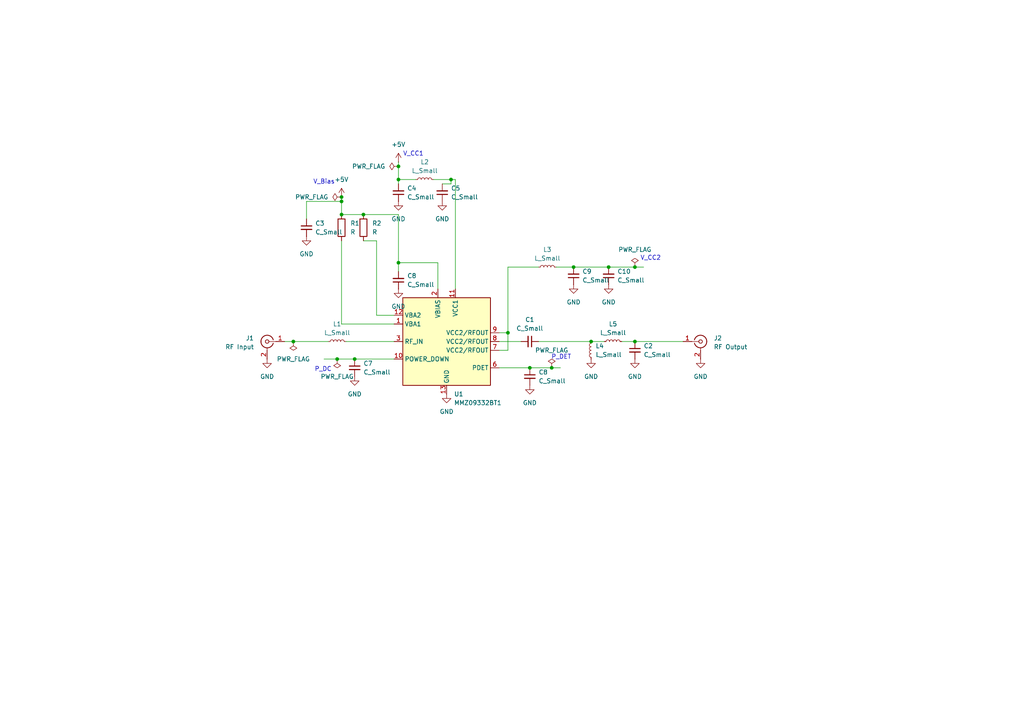
<source format=kicad_sch>
(kicad_sch
	(version 20250114)
	(generator "eeschema")
	(generator_version "9.0")
	(uuid "8d98b13a-774b-4b5a-98d7-e9065ff2372a")
	(paper "A4")
	(lib_symbols
		(symbol "Connector:Conn_Coaxial"
			(pin_names
				(offset 1.016)
				(hide yes)
			)
			(exclude_from_sim no)
			(in_bom yes)
			(on_board yes)
			(property "Reference" "J"
				(at 0.254 3.048 0)
				(effects
					(font
						(size 1.27 1.27)
					)
				)
			)
			(property "Value" "Conn_Coaxial"
				(at 2.921 0 90)
				(effects
					(font
						(size 1.27 1.27)
					)
				)
			)
			(property "Footprint" ""
				(at 0 0 0)
				(effects
					(font
						(size 1.27 1.27)
					)
					(hide yes)
				)
			)
			(property "Datasheet" "~"
				(at 0 0 0)
				(effects
					(font
						(size 1.27 1.27)
					)
					(hide yes)
				)
			)
			(property "Description" "coaxial connector (BNC, SMA, SMB, SMC, Cinch/RCA, LEMO, ...)"
				(at 0 0 0)
				(effects
					(font
						(size 1.27 1.27)
					)
					(hide yes)
				)
			)
			(property "ki_keywords" "BNC SMA SMB SMC LEMO coaxial connector CINCH RCA MCX MMCX U.FL UMRF"
				(at 0 0 0)
				(effects
					(font
						(size 1.27 1.27)
					)
					(hide yes)
				)
			)
			(property "ki_fp_filters" "*BNC* *SMA* *SMB* *SMC* *Cinch* *LEMO* *UMRF* *MCX* *U.FL*"
				(at 0 0 0)
				(effects
					(font
						(size 1.27 1.27)
					)
					(hide yes)
				)
			)
			(symbol "Conn_Coaxial_0_1"
				(polyline
					(pts
						(xy -2.54 0) (xy -0.508 0)
					)
					(stroke
						(width 0)
						(type default)
					)
					(fill
						(type none)
					)
				)
				(arc
					(start 1.778 0)
					(mid 0.222 -1.8079)
					(end -1.778 -0.508)
					(stroke
						(width 0.254)
						(type default)
					)
					(fill
						(type none)
					)
				)
				(arc
					(start -1.778 0.508)
					(mid 0.2221 1.8084)
					(end 1.778 0)
					(stroke
						(width 0.254)
						(type default)
					)
					(fill
						(type none)
					)
				)
				(circle
					(center 0 0)
					(radius 0.508)
					(stroke
						(width 0.2032)
						(type default)
					)
					(fill
						(type none)
					)
				)
				(polyline
					(pts
						(xy 0 -2.54) (xy 0 -1.778)
					)
					(stroke
						(width 0)
						(type default)
					)
					(fill
						(type none)
					)
				)
			)
			(symbol "Conn_Coaxial_1_1"
				(pin passive line
					(at -5.08 0 0)
					(length 2.54)
					(name "In"
						(effects
							(font
								(size 1.27 1.27)
							)
						)
					)
					(number "1"
						(effects
							(font
								(size 1.27 1.27)
							)
						)
					)
				)
				(pin passive line
					(at 0 -5.08 90)
					(length 2.54)
					(name "Ext"
						(effects
							(font
								(size 1.27 1.27)
							)
						)
					)
					(number "2"
						(effects
							(font
								(size 1.27 1.27)
							)
						)
					)
				)
			)
			(embedded_fonts no)
		)
		(symbol "Device:C_Small"
			(pin_numbers
				(hide yes)
			)
			(pin_names
				(offset 0.254)
				(hide yes)
			)
			(exclude_from_sim no)
			(in_bom yes)
			(on_board yes)
			(property "Reference" "C"
				(at 0.254 1.778 0)
				(effects
					(font
						(size 1.27 1.27)
					)
					(justify left)
				)
			)
			(property "Value" "C_Small"
				(at 0.254 -2.032 0)
				(effects
					(font
						(size 1.27 1.27)
					)
					(justify left)
				)
			)
			(property "Footprint" ""
				(at 0 0 0)
				(effects
					(font
						(size 1.27 1.27)
					)
					(hide yes)
				)
			)
			(property "Datasheet" "~"
				(at 0 0 0)
				(effects
					(font
						(size 1.27 1.27)
					)
					(hide yes)
				)
			)
			(property "Description" "Unpolarized capacitor, small symbol"
				(at 0 0 0)
				(effects
					(font
						(size 1.27 1.27)
					)
					(hide yes)
				)
			)
			(property "ki_keywords" "capacitor cap"
				(at 0 0 0)
				(effects
					(font
						(size 1.27 1.27)
					)
					(hide yes)
				)
			)
			(property "ki_fp_filters" "C_*"
				(at 0 0 0)
				(effects
					(font
						(size 1.27 1.27)
					)
					(hide yes)
				)
			)
			(symbol "C_Small_0_1"
				(polyline
					(pts
						(xy -1.524 0.508) (xy 1.524 0.508)
					)
					(stroke
						(width 0.3048)
						(type default)
					)
					(fill
						(type none)
					)
				)
				(polyline
					(pts
						(xy -1.524 -0.508) (xy 1.524 -0.508)
					)
					(stroke
						(width 0.3302)
						(type default)
					)
					(fill
						(type none)
					)
				)
			)
			(symbol "C_Small_1_1"
				(pin passive line
					(at 0 2.54 270)
					(length 2.032)
					(name "~"
						(effects
							(font
								(size 1.27 1.27)
							)
						)
					)
					(number "1"
						(effects
							(font
								(size 1.27 1.27)
							)
						)
					)
				)
				(pin passive line
					(at 0 -2.54 90)
					(length 2.032)
					(name "~"
						(effects
							(font
								(size 1.27 1.27)
							)
						)
					)
					(number "2"
						(effects
							(font
								(size 1.27 1.27)
							)
						)
					)
				)
			)
			(embedded_fonts no)
		)
		(symbol "Device:L_Small"
			(pin_numbers
				(hide yes)
			)
			(pin_names
				(offset 0.254)
				(hide yes)
			)
			(exclude_from_sim no)
			(in_bom yes)
			(on_board yes)
			(property "Reference" "L"
				(at 0.762 1.016 0)
				(effects
					(font
						(size 1.27 1.27)
					)
					(justify left)
				)
			)
			(property "Value" "L_Small"
				(at 0.762 -1.016 0)
				(effects
					(font
						(size 1.27 1.27)
					)
					(justify left)
				)
			)
			(property "Footprint" ""
				(at 0 0 0)
				(effects
					(font
						(size 1.27 1.27)
					)
					(hide yes)
				)
			)
			(property "Datasheet" "~"
				(at 0 0 0)
				(effects
					(font
						(size 1.27 1.27)
					)
					(hide yes)
				)
			)
			(property "Description" "Inductor, small symbol"
				(at 0 0 0)
				(effects
					(font
						(size 1.27 1.27)
					)
					(hide yes)
				)
			)
			(property "ki_keywords" "inductor choke coil reactor magnetic"
				(at 0 0 0)
				(effects
					(font
						(size 1.27 1.27)
					)
					(hide yes)
				)
			)
			(property "ki_fp_filters" "Choke_* *Coil* Inductor_* L_*"
				(at 0 0 0)
				(effects
					(font
						(size 1.27 1.27)
					)
					(hide yes)
				)
			)
			(symbol "L_Small_0_1"
				(arc
					(start 0 2.032)
					(mid 0.5058 1.524)
					(end 0 1.016)
					(stroke
						(width 0)
						(type default)
					)
					(fill
						(type none)
					)
				)
				(arc
					(start 0 1.016)
					(mid 0.5058 0.508)
					(end 0 0)
					(stroke
						(width 0)
						(type default)
					)
					(fill
						(type none)
					)
				)
				(arc
					(start 0 0)
					(mid 0.5058 -0.508)
					(end 0 -1.016)
					(stroke
						(width 0)
						(type default)
					)
					(fill
						(type none)
					)
				)
				(arc
					(start 0 -1.016)
					(mid 0.5058 -1.524)
					(end 0 -2.032)
					(stroke
						(width 0)
						(type default)
					)
					(fill
						(type none)
					)
				)
			)
			(symbol "L_Small_1_1"
				(pin passive line
					(at 0 2.54 270)
					(length 0.508)
					(name "~"
						(effects
							(font
								(size 1.27 1.27)
							)
						)
					)
					(number "1"
						(effects
							(font
								(size 1.27 1.27)
							)
						)
					)
				)
				(pin passive line
					(at 0 -2.54 90)
					(length 0.508)
					(name "~"
						(effects
							(font
								(size 1.27 1.27)
							)
						)
					)
					(number "2"
						(effects
							(font
								(size 1.27 1.27)
							)
						)
					)
				)
			)
			(embedded_fonts no)
		)
		(symbol "Device:R"
			(pin_numbers
				(hide yes)
			)
			(pin_names
				(offset 0)
			)
			(exclude_from_sim no)
			(in_bom yes)
			(on_board yes)
			(property "Reference" "R"
				(at 2.032 0 90)
				(effects
					(font
						(size 1.27 1.27)
					)
				)
			)
			(property "Value" "R"
				(at 0 0 90)
				(effects
					(font
						(size 1.27 1.27)
					)
				)
			)
			(property "Footprint" ""
				(at -1.778 0 90)
				(effects
					(font
						(size 1.27 1.27)
					)
					(hide yes)
				)
			)
			(property "Datasheet" "~"
				(at 0 0 0)
				(effects
					(font
						(size 1.27 1.27)
					)
					(hide yes)
				)
			)
			(property "Description" "Resistor"
				(at 0 0 0)
				(effects
					(font
						(size 1.27 1.27)
					)
					(hide yes)
				)
			)
			(property "ki_keywords" "R res resistor"
				(at 0 0 0)
				(effects
					(font
						(size 1.27 1.27)
					)
					(hide yes)
				)
			)
			(property "ki_fp_filters" "R_*"
				(at 0 0 0)
				(effects
					(font
						(size 1.27 1.27)
					)
					(hide yes)
				)
			)
			(symbol "R_0_1"
				(rectangle
					(start -1.016 -2.54)
					(end 1.016 2.54)
					(stroke
						(width 0.254)
						(type default)
					)
					(fill
						(type none)
					)
				)
			)
			(symbol "R_1_1"
				(pin passive line
					(at 0 3.81 270)
					(length 1.27)
					(name "~"
						(effects
							(font
								(size 1.27 1.27)
							)
						)
					)
					(number "1"
						(effects
							(font
								(size 1.27 1.27)
							)
						)
					)
				)
				(pin passive line
					(at 0 -3.81 90)
					(length 1.27)
					(name "~"
						(effects
							(font
								(size 1.27 1.27)
							)
						)
					)
					(number "2"
						(effects
							(font
								(size 1.27 1.27)
							)
						)
					)
				)
			)
			(embedded_fonts no)
		)
		(symbol "RF_Amplifier:MMZ09332BT1"
			(exclude_from_sim no)
			(in_bom yes)
			(on_board yes)
			(property "Reference" "U"
				(at 11.43 13.97 0)
				(effects
					(font
						(size 1.27 1.27)
					)
				)
			)
			(property "Value" "MMZ09332BT1"
				(at 8.89 -13.97 0)
				(effects
					(font
						(size 1.27 1.27)
					)
				)
			)
			(property "Footprint" "Package_DFN_QFN:QFN-12-1EP_3x3mm_P0.5mm_EP1.6x1.6mm_ThermalVias"
				(at -10.16 24.13 0)
				(effects
					(font
						(size 1.27 1.27)
					)
					(hide yes)
				)
			)
			(property "Datasheet" "https://www.nxp.com/docs/en/data-sheet/MMZ09332B.pdf"
				(at -10.16 20.32 0)
				(effects
					(font
						(size 1.27 1.27)
					)
					(hide yes)
				)
			)
			(property "Description" "High Efficiency/Linearity Amplifier high linearity broadband amplifier, QFN-12"
				(at 0 0 0)
				(effects
					(font
						(size 1.27 1.27)
					)
					(hide yes)
				)
			)
			(property "ki_keywords" "RF"
				(at 0 0 0)
				(effects
					(font
						(size 1.27 1.27)
					)
					(hide yes)
				)
			)
			(property "ki_fp_filters" "QFN*3x3mm*P0.5mm*"
				(at 0 0 0)
				(effects
					(font
						(size 1.27 1.27)
					)
					(hide yes)
				)
			)
			(symbol "MMZ09332BT1_0_1"
				(rectangle
					(start -12.7 12.7)
					(end 12.7 -12.7)
					(stroke
						(width 0.254)
						(type default)
					)
					(fill
						(type background)
					)
				)
			)
			(symbol "MMZ09332BT1_1_1"
				(pin input line
					(at -15.24 7.62 0)
					(length 2.54)
					(name "VBA2"
						(effects
							(font
								(size 1.27 1.27)
							)
						)
					)
					(number "12"
						(effects
							(font
								(size 1.27 1.27)
							)
						)
					)
				)
				(pin input line
					(at -15.24 5.08 0)
					(length 2.54)
					(name "VBA1"
						(effects
							(font
								(size 1.27 1.27)
							)
						)
					)
					(number "1"
						(effects
							(font
								(size 1.27 1.27)
							)
						)
					)
				)
				(pin input line
					(at -15.24 0 0)
					(length 2.54)
					(name "RF_IN"
						(effects
							(font
								(size 1.27 1.27)
							)
						)
					)
					(number "3"
						(effects
							(font
								(size 1.27 1.27)
							)
						)
					)
				)
				(pin input line
					(at -15.24 -5.08 0)
					(length 2.54)
					(name "POWER_DOWN"
						(effects
							(font
								(size 1.27 1.27)
							)
						)
					)
					(number "10"
						(effects
							(font
								(size 1.27 1.27)
							)
						)
					)
				)
				(pin no_connect line
					(at -7.62 -12.7 90)
					(length 2.54)
					(hide yes)
					(name "NC"
						(effects
							(font
								(size 1.27 1.27)
							)
						)
					)
					(number "5"
						(effects
							(font
								(size 1.27 1.27)
							)
						)
					)
				)
				(pin no_connect line
					(at -5.08 -12.7 90)
					(length 2.54)
					(hide yes)
					(name "NC"
						(effects
							(font
								(size 1.27 1.27)
							)
						)
					)
					(number "4"
						(effects
							(font
								(size 1.27 1.27)
							)
						)
					)
				)
				(pin power_in line
					(at -2.54 15.24 270)
					(length 2.54)
					(name "VBIAS"
						(effects
							(font
								(size 1.27 1.27)
							)
						)
					)
					(number "2"
						(effects
							(font
								(size 1.27 1.27)
							)
						)
					)
				)
				(pin power_in line
					(at 0 -15.24 90)
					(length 2.54)
					(name "GND"
						(effects
							(font
								(size 1.27 1.27)
							)
						)
					)
					(number "13"
						(effects
							(font
								(size 1.27 1.27)
							)
						)
					)
				)
				(pin power_in line
					(at 2.54 15.24 270)
					(length 2.54)
					(name "VCC1"
						(effects
							(font
								(size 1.27 1.27)
							)
						)
					)
					(number "11"
						(effects
							(font
								(size 1.27 1.27)
							)
						)
					)
				)
				(pin input line
					(at 15.24 2.54 180)
					(length 2.54)
					(name "VCC2/RFOUT"
						(effects
							(font
								(size 1.27 1.27)
							)
						)
					)
					(number "9"
						(effects
							(font
								(size 1.27 1.27)
							)
						)
					)
				)
				(pin input line
					(at 15.24 0 180)
					(length 2.54)
					(name "VCC2/RFOUT"
						(effects
							(font
								(size 1.27 1.27)
							)
						)
					)
					(number "8"
						(effects
							(font
								(size 1.27 1.27)
							)
						)
					)
				)
				(pin input line
					(at 15.24 -2.54 180)
					(length 2.54)
					(name "VCC2/RFOUT"
						(effects
							(font
								(size 1.27 1.27)
							)
						)
					)
					(number "7"
						(effects
							(font
								(size 1.27 1.27)
							)
						)
					)
				)
				(pin output line
					(at 15.24 -7.62 180)
					(length 2.54)
					(name "PDET"
						(effects
							(font
								(size 1.27 1.27)
							)
						)
					)
					(number "6"
						(effects
							(font
								(size 1.27 1.27)
							)
						)
					)
				)
			)
			(embedded_fonts no)
		)
		(symbol "power:+5V"
			(power)
			(pin_numbers
				(hide yes)
			)
			(pin_names
				(offset 0)
				(hide yes)
			)
			(exclude_from_sim no)
			(in_bom yes)
			(on_board yes)
			(property "Reference" "#PWR"
				(at 0 -3.81 0)
				(effects
					(font
						(size 1.27 1.27)
					)
					(hide yes)
				)
			)
			(property "Value" "+5V"
				(at 0 3.556 0)
				(effects
					(font
						(size 1.27 1.27)
					)
				)
			)
			(property "Footprint" ""
				(at 0 0 0)
				(effects
					(font
						(size 1.27 1.27)
					)
					(hide yes)
				)
			)
			(property "Datasheet" ""
				(at 0 0 0)
				(effects
					(font
						(size 1.27 1.27)
					)
					(hide yes)
				)
			)
			(property "Description" "Power symbol creates a global label with name \"+5V\""
				(at 0 0 0)
				(effects
					(font
						(size 1.27 1.27)
					)
					(hide yes)
				)
			)
			(property "ki_keywords" "global power"
				(at 0 0 0)
				(effects
					(font
						(size 1.27 1.27)
					)
					(hide yes)
				)
			)
			(symbol "+5V_0_1"
				(polyline
					(pts
						(xy -0.762 1.27) (xy 0 2.54)
					)
					(stroke
						(width 0)
						(type default)
					)
					(fill
						(type none)
					)
				)
				(polyline
					(pts
						(xy 0 2.54) (xy 0.762 1.27)
					)
					(stroke
						(width 0)
						(type default)
					)
					(fill
						(type none)
					)
				)
				(polyline
					(pts
						(xy 0 0) (xy 0 2.54)
					)
					(stroke
						(width 0)
						(type default)
					)
					(fill
						(type none)
					)
				)
			)
			(symbol "+5V_1_1"
				(pin power_in line
					(at 0 0 90)
					(length 0)
					(name "~"
						(effects
							(font
								(size 1.27 1.27)
							)
						)
					)
					(number "1"
						(effects
							(font
								(size 1.27 1.27)
							)
						)
					)
				)
			)
			(embedded_fonts no)
		)
		(symbol "power:GND"
			(power)
			(pin_numbers
				(hide yes)
			)
			(pin_names
				(offset 0)
				(hide yes)
			)
			(exclude_from_sim no)
			(in_bom yes)
			(on_board yes)
			(property "Reference" "#PWR"
				(at 0 -6.35 0)
				(effects
					(font
						(size 1.27 1.27)
					)
					(hide yes)
				)
			)
			(property "Value" "GND"
				(at 0 -3.81 0)
				(effects
					(font
						(size 1.27 1.27)
					)
				)
			)
			(property "Footprint" ""
				(at 0 0 0)
				(effects
					(font
						(size 1.27 1.27)
					)
					(hide yes)
				)
			)
			(property "Datasheet" ""
				(at 0 0 0)
				(effects
					(font
						(size 1.27 1.27)
					)
					(hide yes)
				)
			)
			(property "Description" "Power symbol creates a global label with name \"GND\" , ground"
				(at 0 0 0)
				(effects
					(font
						(size 1.27 1.27)
					)
					(hide yes)
				)
			)
			(property "ki_keywords" "global power"
				(at 0 0 0)
				(effects
					(font
						(size 1.27 1.27)
					)
					(hide yes)
				)
			)
			(symbol "GND_0_1"
				(polyline
					(pts
						(xy 0 0) (xy 0 -1.27) (xy 1.27 -1.27) (xy 0 -2.54) (xy -1.27 -1.27) (xy 0 -1.27)
					)
					(stroke
						(width 0)
						(type default)
					)
					(fill
						(type none)
					)
				)
			)
			(symbol "GND_1_1"
				(pin power_in line
					(at 0 0 270)
					(length 0)
					(name "~"
						(effects
							(font
								(size 1.27 1.27)
							)
						)
					)
					(number "1"
						(effects
							(font
								(size 1.27 1.27)
							)
						)
					)
				)
			)
			(embedded_fonts no)
		)
		(symbol "power:PWR_FLAG"
			(power)
			(pin_numbers
				(hide yes)
			)
			(pin_names
				(offset 0)
				(hide yes)
			)
			(exclude_from_sim no)
			(in_bom yes)
			(on_board yes)
			(property "Reference" "#FLG"
				(at 0 1.905 0)
				(effects
					(font
						(size 1.27 1.27)
					)
					(hide yes)
				)
			)
			(property "Value" "PWR_FLAG"
				(at 0 3.81 0)
				(effects
					(font
						(size 1.27 1.27)
					)
				)
			)
			(property "Footprint" ""
				(at 0 0 0)
				(effects
					(font
						(size 1.27 1.27)
					)
					(hide yes)
				)
			)
			(property "Datasheet" "~"
				(at 0 0 0)
				(effects
					(font
						(size 1.27 1.27)
					)
					(hide yes)
				)
			)
			(property "Description" "Special symbol for telling ERC where power comes from"
				(at 0 0 0)
				(effects
					(font
						(size 1.27 1.27)
					)
					(hide yes)
				)
			)
			(property "ki_keywords" "flag power"
				(at 0 0 0)
				(effects
					(font
						(size 1.27 1.27)
					)
					(hide yes)
				)
			)
			(symbol "PWR_FLAG_0_0"
				(pin power_out line
					(at 0 0 90)
					(length 0)
					(name "~"
						(effects
							(font
								(size 1.27 1.27)
							)
						)
					)
					(number "1"
						(effects
							(font
								(size 1.27 1.27)
							)
						)
					)
				)
			)
			(symbol "PWR_FLAG_0_1"
				(polyline
					(pts
						(xy 0 0) (xy 0 1.27) (xy -1.016 1.905) (xy 0 2.54) (xy 1.016 1.905) (xy 0 1.27)
					)
					(stroke
						(width 0)
						(type default)
					)
					(fill
						(type none)
					)
				)
			)
			(embedded_fonts no)
		)
	)
	(text "V_CC1"
		(exclude_from_sim no)
		(at 119.888 44.704 0)
		(effects
			(font
				(size 1.27 1.27)
			)
		)
		(uuid "1fe55645-4728-4f73-9fbf-2a7ce8d1f030")
	)
	(text "V_CC2"
		(exclude_from_sim no)
		(at 188.722 74.93 0)
		(effects
			(font
				(size 1.27 1.27)
			)
		)
		(uuid "273625e5-1899-4216-8044-48cbf563216c")
	)
	(text "P_DET"
		(exclude_from_sim no)
		(at 162.814 103.632 0)
		(effects
			(font
				(size 1.27 1.27)
			)
		)
		(uuid "28a8327a-1129-45e5-82ab-86b1cb876fea")
	)
	(text "P_DC"
		(exclude_from_sim no)
		(at 93.726 107.188 0)
		(effects
			(font
				(size 1.27 1.27)
			)
		)
		(uuid "6609833d-2a62-4a88-9faa-9ef0278bf260")
	)
	(text "V_Bias"
		(exclude_from_sim no)
		(at 93.98 52.832 0)
		(effects
			(font
				(size 1.27 1.27)
			)
		)
		(uuid "8f0284a8-153a-4353-aa2f-664d00c6b294")
	)
	(junction
		(at 115.57 76.2)
		(diameter 0)
		(color 0 0 0 0)
		(uuid "17832b5f-41c2-4731-ab50-9b5969dd534f")
	)
	(junction
		(at 115.57 52.07)
		(diameter 0)
		(color 0 0 0 0)
		(uuid "36767d2c-4df6-426d-9566-8e37786961e7")
	)
	(junction
		(at 99.06 57.15)
		(diameter 0)
		(color 0 0 0 0)
		(uuid "3c1e4497-1dcf-4b91-9582-beda8c920fc0")
	)
	(junction
		(at 184.15 99.06)
		(diameter 0)
		(color 0 0 0 0)
		(uuid "3e33d50d-ecff-4841-a100-008cfa122a46")
	)
	(junction
		(at 147.32 96.52)
		(diameter 0)
		(color 0 0 0 0)
		(uuid "5717244e-42da-4440-b26e-022201046d41")
	)
	(junction
		(at 99.06 62.23)
		(diameter 0)
		(color 0 0 0 0)
		(uuid "57b72903-0d9c-455e-98e3-ee1a010167c7")
	)
	(junction
		(at 176.53 77.47)
		(diameter 0)
		(color 0 0 0 0)
		(uuid "7edcce91-5c21-49f6-9898-e9f3b17af272")
	)
	(junction
		(at 105.41 62.23)
		(diameter 0)
		(color 0 0 0 0)
		(uuid "845ca270-5aca-4134-9eaa-f934034af80f")
	)
	(junction
		(at 166.37 77.47)
		(diameter 0)
		(color 0 0 0 0)
		(uuid "8982d101-6941-428e-980d-b022a80a9ef1")
	)
	(junction
		(at 102.87 104.14)
		(diameter 0)
		(color 0 0 0 0)
		(uuid "8a90eed9-f4b8-4360-9689-a8319d9c4a40")
	)
	(junction
		(at 171.45 99.06)
		(diameter 0)
		(color 0 0 0 0)
		(uuid "b4aefb03-7967-4ce9-84a0-c3f35f45beac")
	)
	(junction
		(at 85.09 99.06)
		(diameter 0)
		(color 0 0 0 0)
		(uuid "b5d4346e-ba2b-46be-be97-b18398529eab")
	)
	(junction
		(at 160.02 106.68)
		(diameter 0)
		(color 0 0 0 0)
		(uuid "c3983182-50dc-4b99-becd-698c7f9e652d")
	)
	(junction
		(at 99.06 58.42)
		(diameter 0)
		(color 0 0 0 0)
		(uuid "ce974120-3e0f-48c1-820e-a5ab90e5aa3d")
	)
	(junction
		(at 130.81 52.07)
		(diameter 0)
		(color 0 0 0 0)
		(uuid "d066c97f-9875-4e86-a207-f42fc4c1101a")
	)
	(junction
		(at 184.15 77.47)
		(diameter 0)
		(color 0 0 0 0)
		(uuid "d849aef3-b61d-46e5-adc0-0e1f915c267b")
	)
	(junction
		(at 153.67 106.68)
		(diameter 0)
		(color 0 0 0 0)
		(uuid "e899f0f8-f6b6-4e5b-b345-662ea252c608")
	)
	(junction
		(at 115.57 48.26)
		(diameter 0)
		(color 0 0 0 0)
		(uuid "edd42873-79ad-4a42-9310-c0e9618c3072")
	)
	(junction
		(at 97.79 104.14)
		(diameter 0)
		(color 0 0 0 0)
		(uuid "ee1cdda3-64e5-4585-b9b8-7bac7f6db990")
	)
	(wire
		(pts
			(xy 115.57 52.07) (xy 120.65 52.07)
		)
		(stroke
			(width 0)
			(type default)
		)
		(uuid "000fffdc-3bd5-4560-83e6-5369408560bc")
	)
	(wire
		(pts
			(xy 130.81 52.07) (xy 132.08 52.07)
		)
		(stroke
			(width 0)
			(type default)
		)
		(uuid "04bd115d-3a05-4d68-93de-881ae853febf")
	)
	(wire
		(pts
			(xy 115.57 76.2) (xy 127 76.2)
		)
		(stroke
			(width 0)
			(type default)
		)
		(uuid "05260e3c-2afd-4281-afec-e4f898889af8")
	)
	(wire
		(pts
			(xy 88.9 58.42) (xy 88.9 63.5)
		)
		(stroke
			(width 0)
			(type default)
		)
		(uuid "0ff38803-9462-440c-942a-09233d59063d")
	)
	(wire
		(pts
			(xy 99.06 93.98) (xy 114.3 93.98)
		)
		(stroke
			(width 0)
			(type default)
		)
		(uuid "1c3b0174-f91f-447c-b68a-de0215b83c17")
	)
	(wire
		(pts
			(xy 166.37 77.47) (xy 176.53 77.47)
		)
		(stroke
			(width 0)
			(type default)
		)
		(uuid "1d12ed4a-aea5-4840-bc65-13de506abf57")
	)
	(wire
		(pts
			(xy 102.87 104.14) (xy 114.3 104.14)
		)
		(stroke
			(width 0)
			(type default)
		)
		(uuid "25342d9e-be02-46f3-a54e-5af2111aa623")
	)
	(wire
		(pts
			(xy 85.09 99.06) (xy 95.25 99.06)
		)
		(stroke
			(width 0)
			(type default)
		)
		(uuid "2673a242-7a69-48af-aa76-320c1f175118")
	)
	(wire
		(pts
			(xy 156.21 99.06) (xy 171.45 99.06)
		)
		(stroke
			(width 0)
			(type default)
		)
		(uuid "278642ec-e6a8-4285-880b-ec01a0578fbe")
	)
	(wire
		(pts
			(xy 99.06 57.15) (xy 99.06 58.42)
		)
		(stroke
			(width 0)
			(type default)
		)
		(uuid "2c20d15e-aafb-48ff-a0e9-c4971e058e4a")
	)
	(wire
		(pts
			(xy 105.41 69.85) (xy 109.22 69.85)
		)
		(stroke
			(width 0)
			(type default)
		)
		(uuid "2ea2be59-b51b-494c-a2be-646aa40da82b")
	)
	(wire
		(pts
			(xy 99.06 58.42) (xy 99.06 62.23)
		)
		(stroke
			(width 0)
			(type default)
		)
		(uuid "2f788e46-8dc6-465a-b542-22b8adc0ee61")
	)
	(wire
		(pts
			(xy 100.33 99.06) (xy 114.3 99.06)
		)
		(stroke
			(width 0)
			(type default)
		)
		(uuid "3d68d5f2-db70-483c-98d6-76767a114669")
	)
	(wire
		(pts
			(xy 147.32 101.6) (xy 144.78 101.6)
		)
		(stroke
			(width 0)
			(type default)
		)
		(uuid "3e3ce07d-ee94-4ea1-bd30-7dcf1d0ce3f3")
	)
	(wire
		(pts
			(xy 99.06 58.42) (xy 88.9 58.42)
		)
		(stroke
			(width 0)
			(type default)
		)
		(uuid "429d74ce-feff-45c4-9b69-e2d5ba7d9a48")
	)
	(wire
		(pts
			(xy 99.06 62.23) (xy 105.41 62.23)
		)
		(stroke
			(width 0)
			(type default)
		)
		(uuid "44cba599-5403-41ad-bdd7-4ce0e071daa8")
	)
	(wire
		(pts
			(xy 147.32 77.47) (xy 156.21 77.47)
		)
		(stroke
			(width 0)
			(type default)
		)
		(uuid "4812698f-ffd5-4907-8623-cfa1c8eea398")
	)
	(wire
		(pts
			(xy 176.53 77.47) (xy 184.15 77.47)
		)
		(stroke
			(width 0)
			(type default)
		)
		(uuid "4dc6135b-0c41-43d1-b488-0cca8482b9f6")
	)
	(wire
		(pts
			(xy 147.32 96.52) (xy 147.32 101.6)
		)
		(stroke
			(width 0)
			(type default)
		)
		(uuid "4f9d713f-f812-4abc-b8c1-1bf3c770b07e")
	)
	(wire
		(pts
			(xy 184.15 99.06) (xy 198.12 99.06)
		)
		(stroke
			(width 0)
			(type default)
		)
		(uuid "51c5e4d3-6e35-4c4e-93d4-7c3a281c880c")
	)
	(wire
		(pts
			(xy 144.78 106.68) (xy 153.67 106.68)
		)
		(stroke
			(width 0)
			(type default)
		)
		(uuid "56e6589f-2481-4c74-bd91-8de1db6130e7")
	)
	(wire
		(pts
			(xy 130.81 52.07) (xy 130.81 53.34)
		)
		(stroke
			(width 0)
			(type default)
		)
		(uuid "5dfee73e-4820-4132-836b-77a3412efcb0")
	)
	(wire
		(pts
			(xy 184.15 77.47) (xy 186.69 77.47)
		)
		(stroke
			(width 0)
			(type default)
		)
		(uuid "64536316-57d8-45da-baa8-297990c3b602")
	)
	(wire
		(pts
			(xy 115.57 76.2) (xy 115.57 78.74)
		)
		(stroke
			(width 0)
			(type default)
		)
		(uuid "6beeb4e3-aa25-4045-be5e-1cb2e4257247")
	)
	(wire
		(pts
			(xy 97.79 104.14) (xy 102.87 104.14)
		)
		(stroke
			(width 0)
			(type default)
		)
		(uuid "70778e35-ae24-44fa-a32e-4a9a93397540")
	)
	(wire
		(pts
			(xy 160.02 106.68) (xy 153.67 106.68)
		)
		(stroke
			(width 0)
			(type default)
		)
		(uuid "70af0e69-1659-4606-802f-7ad1186b1464")
	)
	(wire
		(pts
			(xy 162.56 106.68) (xy 160.02 106.68)
		)
		(stroke
			(width 0)
			(type default)
		)
		(uuid "7628819c-4408-44b2-b5d6-97a81351f354")
	)
	(wire
		(pts
			(xy 109.22 91.44) (xy 114.3 91.44)
		)
		(stroke
			(width 0)
			(type default)
		)
		(uuid "76ff12a8-a24b-4788-8820-4ab03650e017")
	)
	(wire
		(pts
			(xy 99.06 69.85) (xy 99.06 93.98)
		)
		(stroke
			(width 0)
			(type default)
		)
		(uuid "86a301bb-a703-4bad-bf96-cd5d95cdf53f")
	)
	(wire
		(pts
			(xy 128.27 53.34) (xy 130.81 53.34)
		)
		(stroke
			(width 0)
			(type default)
		)
		(uuid "89ae9373-e11d-426c-8601-5e84669d11be")
	)
	(wire
		(pts
			(xy 144.78 96.52) (xy 147.32 96.52)
		)
		(stroke
			(width 0)
			(type default)
		)
		(uuid "9b05b5a7-f03a-4938-87ab-2eb482083039")
	)
	(wire
		(pts
			(xy 115.57 48.26) (xy 115.57 52.07)
		)
		(stroke
			(width 0)
			(type default)
		)
		(uuid "9b5942f0-b6bc-4b38-aa00-a458e840bade")
	)
	(wire
		(pts
			(xy 93.98 104.14) (xy 97.79 104.14)
		)
		(stroke
			(width 0)
			(type default)
		)
		(uuid "9c987fad-4a16-4570-bfef-ca9286f72003")
	)
	(wire
		(pts
			(xy 82.55 99.06) (xy 85.09 99.06)
		)
		(stroke
			(width 0)
			(type default)
		)
		(uuid "9dec024e-fcc3-4558-8a24-8f2ec66a9a04")
	)
	(wire
		(pts
			(xy 115.57 46.99) (xy 115.57 48.26)
		)
		(stroke
			(width 0)
			(type default)
		)
		(uuid "a806fef0-b92c-4b95-b1e0-d0ca65e65c88")
	)
	(wire
		(pts
			(xy 161.29 77.47) (xy 166.37 77.47)
		)
		(stroke
			(width 0)
			(type default)
		)
		(uuid "b1c91d6d-2832-49fe-8a87-91e97b5e9df0")
	)
	(wire
		(pts
			(xy 171.45 99.06) (xy 175.26 99.06)
		)
		(stroke
			(width 0)
			(type default)
		)
		(uuid "b6d42520-61c8-4672-8ce0-9df8c75f2845")
	)
	(wire
		(pts
			(xy 180.34 99.06) (xy 184.15 99.06)
		)
		(stroke
			(width 0)
			(type default)
		)
		(uuid "c4f8a3c1-708d-44cd-8cb8-aa3e33f3ef62")
	)
	(wire
		(pts
			(xy 115.57 62.23) (xy 115.57 76.2)
		)
		(stroke
			(width 0)
			(type default)
		)
		(uuid "c6be1214-48f2-4040-bafd-889c995e8e3c")
	)
	(wire
		(pts
			(xy 132.08 52.07) (xy 132.08 83.82)
		)
		(stroke
			(width 0)
			(type default)
		)
		(uuid "c7fb1843-ea4d-465c-8197-dfe4b6f654da")
	)
	(wire
		(pts
			(xy 109.22 69.85) (xy 109.22 91.44)
		)
		(stroke
			(width 0)
			(type default)
		)
		(uuid "cb53854a-86a9-4320-8c42-594f360838ed")
	)
	(wire
		(pts
			(xy 115.57 52.07) (xy 115.57 53.34)
		)
		(stroke
			(width 0)
			(type default)
		)
		(uuid "d0f6c12d-649f-443b-ae67-9559820738a0")
	)
	(wire
		(pts
			(xy 125.73 52.07) (xy 130.81 52.07)
		)
		(stroke
			(width 0)
			(type default)
		)
		(uuid "dfefd39c-987b-486b-bdb4-fd9b7a6113ff")
	)
	(wire
		(pts
			(xy 127 76.2) (xy 127 83.82)
		)
		(stroke
			(width 0)
			(type default)
		)
		(uuid "e0307157-c06b-450e-862f-b145a08eb120")
	)
	(wire
		(pts
			(xy 147.32 77.47) (xy 147.32 96.52)
		)
		(stroke
			(width 0)
			(type default)
		)
		(uuid "e3df4e0b-c139-4347-a39b-e775dcf003fe")
	)
	(wire
		(pts
			(xy 144.78 99.06) (xy 151.13 99.06)
		)
		(stroke
			(width 0)
			(type default)
		)
		(uuid "f6974621-14c2-43f6-9253-a51118816223")
	)
	(wire
		(pts
			(xy 105.41 62.23) (xy 115.57 62.23)
		)
		(stroke
			(width 0)
			(type default)
		)
		(uuid "ffebee28-790d-4d35-bd60-ca882b85d055")
	)
	(symbol
		(lib_id "power:PWR_FLAG")
		(at 97.79 104.14 180)
		(unit 1)
		(exclude_from_sim no)
		(in_bom yes)
		(on_board yes)
		(dnp no)
		(fields_autoplaced yes)
		(uuid "01b0c888-d0d9-4f65-aad0-506ece741f3e")
		(property "Reference" "#FLG04"
			(at 97.79 106.045 0)
			(effects
				(font
					(size 1.27 1.27)
				)
				(hide yes)
			)
		)
		(property "Value" "PWR_FLAG"
			(at 97.79 109.22 0)
			(effects
				(font
					(size 1.27 1.27)
				)
			)
		)
		(property "Footprint" ""
			(at 97.79 104.14 0)
			(effects
				(font
					(size 1.27 1.27)
				)
				(hide yes)
			)
		)
		(property "Datasheet" "~"
			(at 97.79 104.14 0)
			(effects
				(font
					(size 1.27 1.27)
				)
				(hide yes)
			)
		)
		(property "Description" "Special symbol for telling ERC where power comes from"
			(at 97.79 104.14 0)
			(effects
				(font
					(size 1.27 1.27)
				)
				(hide yes)
			)
		)
		(pin "1"
			(uuid "3abccefa-3be9-4448-88b3-fad4e8d5985b")
		)
		(instances
			(project "RF_Amplifier"
				(path "/8d98b13a-774b-4b5a-98d7-e9065ff2372a"
					(reference "#FLG04")
					(unit 1)
				)
			)
		)
	)
	(symbol
		(lib_id "Device:C_Small")
		(at 153.67 99.06 270)
		(unit 1)
		(exclude_from_sim no)
		(in_bom yes)
		(on_board yes)
		(dnp no)
		(fields_autoplaced yes)
		(uuid "02eb39ba-457b-45f8-bbcf-5cd4a1d56ab5")
		(property "Reference" "C1"
			(at 153.6636 92.71 90)
			(effects
				(font
					(size 1.27 1.27)
				)
			)
		)
		(property "Value" "C_Small"
			(at 153.6636 95.25 90)
			(effects
				(font
					(size 1.27 1.27)
				)
			)
		)
		(property "Footprint" ""
			(at 153.67 99.06 0)
			(effects
				(font
					(size 1.27 1.27)
				)
				(hide yes)
			)
		)
		(property "Datasheet" "~"
			(at 153.67 99.06 0)
			(effects
				(font
					(size 1.27 1.27)
				)
				(hide yes)
			)
		)
		(property "Description" "Unpolarized capacitor, small symbol"
			(at 153.67 99.06 0)
			(effects
				(font
					(size 1.27 1.27)
				)
				(hide yes)
			)
		)
		(pin "1"
			(uuid "f6c3883c-1e9c-467f-b3e0-c54d8431fcc2")
		)
		(pin "2"
			(uuid "2bd1a51a-12f3-46ec-968d-31e2aa578be2")
		)
		(instances
			(project "RF_Amplifier"
				(path "/8d98b13a-774b-4b5a-98d7-e9065ff2372a"
					(reference "C1")
					(unit 1)
				)
			)
		)
	)
	(symbol
		(lib_id "Device:C_Small")
		(at 102.87 106.68 0)
		(unit 1)
		(exclude_from_sim no)
		(in_bom yes)
		(on_board yes)
		(dnp no)
		(fields_autoplaced yes)
		(uuid "08103003-d7e5-4b97-a46d-2a7f7b5693c8")
		(property "Reference" "C7"
			(at 105.41 105.4162 0)
			(effects
				(font
					(size 1.27 1.27)
				)
				(justify left)
			)
		)
		(property "Value" "C_Small"
			(at 105.41 107.9562 0)
			(effects
				(font
					(size 1.27 1.27)
				)
				(justify left)
			)
		)
		(property "Footprint" ""
			(at 102.87 106.68 0)
			(effects
				(font
					(size 1.27 1.27)
				)
				(hide yes)
			)
		)
		(property "Datasheet" "~"
			(at 102.87 106.68 0)
			(effects
				(font
					(size 1.27 1.27)
				)
				(hide yes)
			)
		)
		(property "Description" "Unpolarized capacitor, small symbol"
			(at 102.87 106.68 0)
			(effects
				(font
					(size 1.27 1.27)
				)
				(hide yes)
			)
		)
		(pin "1"
			(uuid "0224e63c-293b-4d13-a86b-49ab377143ec")
		)
		(pin "2"
			(uuid "15c4259e-73f9-4e1b-8bca-c45277513e2e")
		)
		(instances
			(project "RF_Amplifier"
				(path "/8d98b13a-774b-4b5a-98d7-e9065ff2372a"
					(reference "C7")
					(unit 1)
				)
			)
		)
	)
	(symbol
		(lib_id "Device:C_Small")
		(at 176.53 80.01 180)
		(unit 1)
		(exclude_from_sim no)
		(in_bom yes)
		(on_board yes)
		(dnp no)
		(fields_autoplaced yes)
		(uuid "101159d1-c263-49cf-b836-869893c9b238")
		(property "Reference" "C10"
			(at 179.07 78.7335 0)
			(effects
				(font
					(size 1.27 1.27)
				)
				(justify right)
			)
		)
		(property "Value" "C_Small"
			(at 179.07 81.2735 0)
			(effects
				(font
					(size 1.27 1.27)
				)
				(justify right)
			)
		)
		(property "Footprint" ""
			(at 176.53 80.01 0)
			(effects
				(font
					(size 1.27 1.27)
				)
				(hide yes)
			)
		)
		(property "Datasheet" "~"
			(at 176.53 80.01 0)
			(effects
				(font
					(size 1.27 1.27)
				)
				(hide yes)
			)
		)
		(property "Description" "Unpolarized capacitor, small symbol"
			(at 176.53 80.01 0)
			(effects
				(font
					(size 1.27 1.27)
				)
				(hide yes)
			)
		)
		(pin "1"
			(uuid "ec98250a-2372-49ca-b2b5-ccdbc18d6bf0")
		)
		(pin "2"
			(uuid "2a47f76c-a684-4960-9716-538683b79c1c")
		)
		(instances
			(project "RF_Amplifier"
				(path "/8d98b13a-774b-4b5a-98d7-e9065ff2372a"
					(reference "C10")
					(unit 1)
				)
			)
		)
	)
	(symbol
		(lib_id "Connector:Conn_Coaxial")
		(at 77.47 99.06 0)
		(mirror y)
		(unit 1)
		(exclude_from_sim no)
		(in_bom yes)
		(on_board yes)
		(dnp no)
		(uuid "13fa1c90-6f83-4f48-a2bf-7803fbf5bce3")
		(property "Reference" "J1"
			(at 73.66 98.0831 0)
			(effects
				(font
					(size 1.27 1.27)
				)
				(justify left)
			)
		)
		(property "Value" "RF Input"
			(at 73.66 100.6231 0)
			(effects
				(font
					(size 1.27 1.27)
				)
				(justify left)
			)
		)
		(property "Footprint" ""
			(at 77.47 99.06 0)
			(effects
				(font
					(size 1.27 1.27)
				)
				(hide yes)
			)
		)
		(property "Datasheet" "~"
			(at 77.47 99.06 0)
			(effects
				(font
					(size 1.27 1.27)
				)
				(hide yes)
			)
		)
		(property "Description" "coaxial connector (BNC, SMA, SMB, SMC, Cinch/RCA, LEMO, ...)"
			(at 77.47 99.06 0)
			(effects
				(font
					(size 1.27 1.27)
				)
				(hide yes)
			)
		)
		(pin "2"
			(uuid "55a44dd2-be51-4921-be75-14b53f3035b8")
		)
		(pin "1"
			(uuid "2b11623b-aa35-48dd-8118-751ca0d8b8b2")
		)
		(instances
			(project ""
				(path "/8d98b13a-774b-4b5a-98d7-e9065ff2372a"
					(reference "J1")
					(unit 1)
				)
			)
		)
	)
	(symbol
		(lib_id "Device:L_Small")
		(at 171.45 101.6 180)
		(unit 1)
		(exclude_from_sim no)
		(in_bom yes)
		(on_board yes)
		(dnp no)
		(fields_autoplaced yes)
		(uuid "157e991b-8357-41d7-b310-65ee666dbb8e")
		(property "Reference" "L4"
			(at 172.72 100.3299 0)
			(effects
				(font
					(size 1.27 1.27)
				)
				(justify right)
			)
		)
		(property "Value" "L_Small"
			(at 172.72 102.8699 0)
			(effects
				(font
					(size 1.27 1.27)
				)
				(justify right)
			)
		)
		(property "Footprint" ""
			(at 171.45 101.6 0)
			(effects
				(font
					(size 1.27 1.27)
				)
				(hide yes)
			)
		)
		(property "Datasheet" "~"
			(at 171.45 101.6 0)
			(effects
				(font
					(size 1.27 1.27)
				)
				(hide yes)
			)
		)
		(property "Description" "Inductor, small symbol"
			(at 171.45 101.6 0)
			(effects
				(font
					(size 1.27 1.27)
				)
				(hide yes)
			)
		)
		(pin "2"
			(uuid "c7cc5be1-fe54-4a23-aed5-c2e711856ab4")
		)
		(pin "1"
			(uuid "ebe5983a-0908-4208-85a9-98744eccf4c3")
		)
		(instances
			(project "RF_Amplifier"
				(path "/8d98b13a-774b-4b5a-98d7-e9065ff2372a"
					(reference "L4")
					(unit 1)
				)
			)
		)
	)
	(symbol
		(lib_id "Device:C_Small")
		(at 153.67 109.22 0)
		(unit 1)
		(exclude_from_sim no)
		(in_bom yes)
		(on_board yes)
		(dnp no)
		(fields_autoplaced yes)
		(uuid "16c08b8b-f632-434f-b5b2-8d23b3e673d5")
		(property "Reference" "C8"
			(at 156.21 107.9562 0)
			(effects
				(font
					(size 1.27 1.27)
				)
				(justify left)
			)
		)
		(property "Value" "C_Small"
			(at 156.21 110.4962 0)
			(effects
				(font
					(size 1.27 1.27)
				)
				(justify left)
			)
		)
		(property "Footprint" ""
			(at 153.67 109.22 0)
			(effects
				(font
					(size 1.27 1.27)
				)
				(hide yes)
			)
		)
		(property "Datasheet" "~"
			(at 153.67 109.22 0)
			(effects
				(font
					(size 1.27 1.27)
				)
				(hide yes)
			)
		)
		(property "Description" "Unpolarized capacitor, small symbol"
			(at 153.67 109.22 0)
			(effects
				(font
					(size 1.27 1.27)
				)
				(hide yes)
			)
		)
		(pin "1"
			(uuid "3e1ad970-c83c-4ef9-9f6e-adf5ef737a6b")
		)
		(pin "2"
			(uuid "957dddbd-a3af-43fa-ac47-588f0eb6ad56")
		)
		(instances
			(project "RF_Amplifier"
				(path "/8d98b13a-774b-4b5a-98d7-e9065ff2372a"
					(reference "C8")
					(unit 1)
				)
			)
		)
	)
	(symbol
		(lib_id "power:PWR_FLAG")
		(at 85.09 99.06 180)
		(unit 1)
		(exclude_from_sim no)
		(in_bom yes)
		(on_board yes)
		(dnp no)
		(fields_autoplaced yes)
		(uuid "19d379e7-72fb-4a4b-854b-0e06ea8aa49e")
		(property "Reference" "#FLG03"
			(at 85.09 100.965 0)
			(effects
				(font
					(size 1.27 1.27)
				)
				(hide yes)
			)
		)
		(property "Value" "PWR_FLAG"
			(at 85.09 104.14 0)
			(effects
				(font
					(size 1.27 1.27)
				)
			)
		)
		(property "Footprint" ""
			(at 85.09 99.06 0)
			(effects
				(font
					(size 1.27 1.27)
				)
				(hide yes)
			)
		)
		(property "Datasheet" "~"
			(at 85.09 99.06 0)
			(effects
				(font
					(size 1.27 1.27)
				)
				(hide yes)
			)
		)
		(property "Description" "Special symbol for telling ERC where power comes from"
			(at 85.09 99.06 0)
			(effects
				(font
					(size 1.27 1.27)
				)
				(hide yes)
			)
		)
		(pin "1"
			(uuid "624da9cc-c1e9-41d4-a23b-bed2d0474091")
		)
		(instances
			(project "RF_Amplifier"
				(path "/8d98b13a-774b-4b5a-98d7-e9065ff2372a"
					(reference "#FLG03")
					(unit 1)
				)
			)
		)
	)
	(symbol
		(lib_id "Device:L_Small")
		(at 177.8 99.06 90)
		(unit 1)
		(exclude_from_sim no)
		(in_bom yes)
		(on_board yes)
		(dnp no)
		(fields_autoplaced yes)
		(uuid "1cab483e-dbeb-493d-af76-7ec9d456c69d")
		(property "Reference" "L5"
			(at 177.8 93.98 90)
			(effects
				(font
					(size 1.27 1.27)
				)
			)
		)
		(property "Value" "L_Small"
			(at 177.8 96.52 90)
			(effects
				(font
					(size 1.27 1.27)
				)
			)
		)
		(property "Footprint" ""
			(at 177.8 99.06 0)
			(effects
				(font
					(size 1.27 1.27)
				)
				(hide yes)
			)
		)
		(property "Datasheet" "~"
			(at 177.8 99.06 0)
			(effects
				(font
					(size 1.27 1.27)
				)
				(hide yes)
			)
		)
		(property "Description" "Inductor, small symbol"
			(at 177.8 99.06 0)
			(effects
				(font
					(size 1.27 1.27)
				)
				(hide yes)
			)
		)
		(pin "2"
			(uuid "43276a29-f08d-4503-912c-90e3bfa570b4")
		)
		(pin "1"
			(uuid "795a1450-9578-47cb-ab0e-72fcaa04e1cd")
		)
		(instances
			(project "RF_Amplifier"
				(path "/8d98b13a-774b-4b5a-98d7-e9065ff2372a"
					(reference "L5")
					(unit 1)
				)
			)
		)
	)
	(symbol
		(lib_id "power:GND")
		(at 128.27 58.42 0)
		(unit 1)
		(exclude_from_sim no)
		(in_bom yes)
		(on_board yes)
		(dnp no)
		(fields_autoplaced yes)
		(uuid "3665040d-17cc-4519-97ea-b0a7d8733cdd")
		(property "Reference" "#PWR05"
			(at 128.27 64.77 0)
			(effects
				(font
					(size 1.27 1.27)
				)
				(hide yes)
			)
		)
		(property "Value" "GND"
			(at 128.27 63.5 0)
			(effects
				(font
					(size 1.27 1.27)
				)
			)
		)
		(property "Footprint" ""
			(at 128.27 58.42 0)
			(effects
				(font
					(size 1.27 1.27)
				)
				(hide yes)
			)
		)
		(property "Datasheet" ""
			(at 128.27 58.42 0)
			(effects
				(font
					(size 1.27 1.27)
				)
				(hide yes)
			)
		)
		(property "Description" "Power symbol creates a global label with name \"GND\" , ground"
			(at 128.27 58.42 0)
			(effects
				(font
					(size 1.27 1.27)
				)
				(hide yes)
			)
		)
		(pin "1"
			(uuid "8efb847e-6d2c-4c22-a203-c004dcfb1c46")
		)
		(instances
			(project "RF_Amplifier"
				(path "/8d98b13a-774b-4b5a-98d7-e9065ff2372a"
					(reference "#PWR05")
					(unit 1)
				)
			)
		)
	)
	(symbol
		(lib_id "Device:L_Small")
		(at 158.75 77.47 90)
		(unit 1)
		(exclude_from_sim no)
		(in_bom yes)
		(on_board yes)
		(dnp no)
		(fields_autoplaced yes)
		(uuid "39f8a152-ac14-45c7-bef1-830c74214d6a")
		(property "Reference" "L3"
			(at 158.75 72.39 90)
			(effects
				(font
					(size 1.27 1.27)
				)
			)
		)
		(property "Value" "L_Small"
			(at 158.75 74.93 90)
			(effects
				(font
					(size 1.27 1.27)
				)
			)
		)
		(property "Footprint" ""
			(at 158.75 77.47 0)
			(effects
				(font
					(size 1.27 1.27)
				)
				(hide yes)
			)
		)
		(property "Datasheet" "~"
			(at 158.75 77.47 0)
			(effects
				(font
					(size 1.27 1.27)
				)
				(hide yes)
			)
		)
		(property "Description" "Inductor, small symbol"
			(at 158.75 77.47 0)
			(effects
				(font
					(size 1.27 1.27)
				)
				(hide yes)
			)
		)
		(pin "2"
			(uuid "b74c9984-b37f-42f3-9ca3-14edfcbb9f8a")
		)
		(pin "1"
			(uuid "a0c11fa6-9637-417b-a215-7501efd2ed1b")
		)
		(instances
			(project "RF_Amplifier"
				(path "/8d98b13a-774b-4b5a-98d7-e9065ff2372a"
					(reference "L3")
					(unit 1)
				)
			)
		)
	)
	(symbol
		(lib_id "power:GND")
		(at 203.2 104.14 0)
		(mirror y)
		(unit 1)
		(exclude_from_sim no)
		(in_bom yes)
		(on_board yes)
		(dnp no)
		(fields_autoplaced yes)
		(uuid "48f1a368-4122-4079-a5a6-c1d52a12ffb3")
		(property "Reference" "#PWR015"
			(at 203.2 110.49 0)
			(effects
				(font
					(size 1.27 1.27)
				)
				(hide yes)
			)
		)
		(property "Value" "GND"
			(at 203.2 109.22 0)
			(effects
				(font
					(size 1.27 1.27)
				)
			)
		)
		(property "Footprint" ""
			(at 203.2 104.14 0)
			(effects
				(font
					(size 1.27 1.27)
				)
				(hide yes)
			)
		)
		(property "Datasheet" ""
			(at 203.2 104.14 0)
			(effects
				(font
					(size 1.27 1.27)
				)
				(hide yes)
			)
		)
		(property "Description" "Power symbol creates a global label with name \"GND\" , ground"
			(at 203.2 104.14 0)
			(effects
				(font
					(size 1.27 1.27)
				)
				(hide yes)
			)
		)
		(pin "1"
			(uuid "0ed1971e-3822-4c21-8164-11ded6956249")
		)
		(instances
			(project "RF_Amplifier"
				(path "/8d98b13a-774b-4b5a-98d7-e9065ff2372a"
					(reference "#PWR015")
					(unit 1)
				)
			)
		)
	)
	(symbol
		(lib_id "power:PWR_FLAG")
		(at 115.57 48.26 90)
		(unit 1)
		(exclude_from_sim no)
		(in_bom yes)
		(on_board yes)
		(dnp no)
		(fields_autoplaced yes)
		(uuid "562808bf-b37c-4495-b292-49456995b0e5")
		(property "Reference" "#FLG01"
			(at 113.665 48.26 0)
			(effects
				(font
					(size 1.27 1.27)
				)
				(hide yes)
			)
		)
		(property "Value" "PWR_FLAG"
			(at 111.76 48.2599 90)
			(effects
				(font
					(size 1.27 1.27)
				)
				(justify left)
			)
		)
		(property "Footprint" ""
			(at 115.57 48.26 0)
			(effects
				(font
					(size 1.27 1.27)
				)
				(hide yes)
			)
		)
		(property "Datasheet" "~"
			(at 115.57 48.26 0)
			(effects
				(font
					(size 1.27 1.27)
				)
				(hide yes)
			)
		)
		(property "Description" "Special symbol for telling ERC where power comes from"
			(at 115.57 48.26 0)
			(effects
				(font
					(size 1.27 1.27)
				)
				(hide yes)
			)
		)
		(pin "1"
			(uuid "2b420df8-5510-4354-b7d2-cc084245c7be")
		)
		(instances
			(project ""
				(path "/8d98b13a-774b-4b5a-98d7-e9065ff2372a"
					(reference "#FLG01")
					(unit 1)
				)
			)
		)
	)
	(symbol
		(lib_id "Device:C_Small")
		(at 115.57 81.28 180)
		(unit 1)
		(exclude_from_sim no)
		(in_bom yes)
		(on_board yes)
		(dnp no)
		(fields_autoplaced yes)
		(uuid "58fdc04b-3469-48fa-b9ba-cadb6d527bce")
		(property "Reference" "C8"
			(at 118.11 80.0035 0)
			(effects
				(font
					(size 1.27 1.27)
				)
				(justify right)
			)
		)
		(property "Value" "C_Small"
			(at 118.11 82.5435 0)
			(effects
				(font
					(size 1.27 1.27)
				)
				(justify right)
			)
		)
		(property "Footprint" ""
			(at 115.57 81.28 0)
			(effects
				(font
					(size 1.27 1.27)
				)
				(hide yes)
			)
		)
		(property "Datasheet" "~"
			(at 115.57 81.28 0)
			(effects
				(font
					(size 1.27 1.27)
				)
				(hide yes)
			)
		)
		(property "Description" "Unpolarized capacitor, small symbol"
			(at 115.57 81.28 0)
			(effects
				(font
					(size 1.27 1.27)
				)
				(hide yes)
			)
		)
		(pin "1"
			(uuid "c869770f-cadf-4030-9711-75f3aeab8abe")
		)
		(pin "2"
			(uuid "c7ce8794-59fe-42f1-86f1-d3385af5a3ff")
		)
		(instances
			(project "RF_Amplifier"
				(path "/8d98b13a-774b-4b5a-98d7-e9065ff2372a"
					(reference "C8")
					(unit 1)
				)
			)
		)
	)
	(symbol
		(lib_id "power:PWR_FLAG")
		(at 160.02 106.68 0)
		(unit 1)
		(exclude_from_sim no)
		(in_bom yes)
		(on_board yes)
		(dnp no)
		(fields_autoplaced yes)
		(uuid "5a397efe-546f-405a-980d-b9e51572d1d2")
		(property "Reference" "#FLG05"
			(at 160.02 104.775 0)
			(effects
				(font
					(size 1.27 1.27)
				)
				(hide yes)
			)
		)
		(property "Value" "PWR_FLAG"
			(at 160.02 101.6 0)
			(effects
				(font
					(size 1.27 1.27)
				)
			)
		)
		(property "Footprint" ""
			(at 160.02 106.68 0)
			(effects
				(font
					(size 1.27 1.27)
				)
				(hide yes)
			)
		)
		(property "Datasheet" "~"
			(at 160.02 106.68 0)
			(effects
				(font
					(size 1.27 1.27)
				)
				(hide yes)
			)
		)
		(property "Description" "Special symbol for telling ERC where power comes from"
			(at 160.02 106.68 0)
			(effects
				(font
					(size 1.27 1.27)
				)
				(hide yes)
			)
		)
		(pin "1"
			(uuid "fbc0df63-d9d3-4536-8cf8-f1f4f219d075")
		)
		(instances
			(project "RF_Amplifier"
				(path "/8d98b13a-774b-4b5a-98d7-e9065ff2372a"
					(reference "#FLG05")
					(unit 1)
				)
			)
		)
	)
	(symbol
		(lib_id "power:GND")
		(at 184.15 104.14 0)
		(unit 1)
		(exclude_from_sim no)
		(in_bom yes)
		(on_board yes)
		(dnp no)
		(fields_autoplaced yes)
		(uuid "5d82b609-3cee-4775-9696-6d7b3b6b256b")
		(property "Reference" "#PWR014"
			(at 184.15 110.49 0)
			(effects
				(font
					(size 1.27 1.27)
				)
				(hide yes)
			)
		)
		(property "Value" "GND"
			(at 184.15 109.22 0)
			(effects
				(font
					(size 1.27 1.27)
				)
			)
		)
		(property "Footprint" ""
			(at 184.15 104.14 0)
			(effects
				(font
					(size 1.27 1.27)
				)
				(hide yes)
			)
		)
		(property "Datasheet" ""
			(at 184.15 104.14 0)
			(effects
				(font
					(size 1.27 1.27)
				)
				(hide yes)
			)
		)
		(property "Description" "Power symbol creates a global label with name \"GND\" , ground"
			(at 184.15 104.14 0)
			(effects
				(font
					(size 1.27 1.27)
				)
				(hide yes)
			)
		)
		(pin "1"
			(uuid "9d2a6a93-a055-4202-ae54-4f112c6294c7")
		)
		(instances
			(project "RF_Amplifier"
				(path "/8d98b13a-774b-4b5a-98d7-e9065ff2372a"
					(reference "#PWR014")
					(unit 1)
				)
			)
		)
	)
	(symbol
		(lib_id "power:+5V")
		(at 115.57 46.99 0)
		(unit 1)
		(exclude_from_sim no)
		(in_bom yes)
		(on_board yes)
		(dnp no)
		(fields_autoplaced yes)
		(uuid "607c42d6-5a11-44cc-8bb6-c5d2edccd01c")
		(property "Reference" "#PWR06"
			(at 115.57 50.8 0)
			(effects
				(font
					(size 1.27 1.27)
				)
				(hide yes)
			)
		)
		(property "Value" "+5V"
			(at 115.57 41.91 0)
			(effects
				(font
					(size 1.27 1.27)
				)
			)
		)
		(property "Footprint" ""
			(at 115.57 46.99 0)
			(effects
				(font
					(size 1.27 1.27)
				)
				(hide yes)
			)
		)
		(property "Datasheet" ""
			(at 115.57 46.99 0)
			(effects
				(font
					(size 1.27 1.27)
				)
				(hide yes)
			)
		)
		(property "Description" "Power symbol creates a global label with name \"+5V\""
			(at 115.57 46.99 0)
			(effects
				(font
					(size 1.27 1.27)
				)
				(hide yes)
			)
		)
		(pin "1"
			(uuid "8fa69a6a-1a94-44fb-951c-06b97caefc6b")
		)
		(instances
			(project ""
				(path "/8d98b13a-774b-4b5a-98d7-e9065ff2372a"
					(reference "#PWR06")
					(unit 1)
				)
			)
		)
	)
	(symbol
		(lib_id "power:GND")
		(at 129.54 114.3 0)
		(unit 1)
		(exclude_from_sim no)
		(in_bom yes)
		(on_board yes)
		(dnp no)
		(fields_autoplaced yes)
		(uuid "60dbc74b-b66f-40c3-8897-6e64c9aa812d")
		(property "Reference" "#PWR09"
			(at 129.54 120.65 0)
			(effects
				(font
					(size 1.27 1.27)
				)
				(hide yes)
			)
		)
		(property "Value" "GND"
			(at 129.54 119.38 0)
			(effects
				(font
					(size 1.27 1.27)
				)
			)
		)
		(property "Footprint" ""
			(at 129.54 114.3 0)
			(effects
				(font
					(size 1.27 1.27)
				)
				(hide yes)
			)
		)
		(property "Datasheet" ""
			(at 129.54 114.3 0)
			(effects
				(font
					(size 1.27 1.27)
				)
				(hide yes)
			)
		)
		(property "Description" "Power symbol creates a global label with name \"GND\" , ground"
			(at 129.54 114.3 0)
			(effects
				(font
					(size 1.27 1.27)
				)
				(hide yes)
			)
		)
		(pin "1"
			(uuid "21096b94-2b77-4dfb-9bfe-bbd02fdff429")
		)
		(instances
			(project "RF_Amplifier"
				(path "/8d98b13a-774b-4b5a-98d7-e9065ff2372a"
					(reference "#PWR09")
					(unit 1)
				)
			)
		)
	)
	(symbol
		(lib_id "Device:C_Small")
		(at 88.9 66.04 0)
		(unit 1)
		(exclude_from_sim no)
		(in_bom yes)
		(on_board yes)
		(dnp no)
		(fields_autoplaced yes)
		(uuid "6411f221-dc8d-4b7d-988c-e00b9e13c219")
		(property "Reference" "C3"
			(at 91.44 64.7762 0)
			(effects
				(font
					(size 1.27 1.27)
				)
				(justify left)
			)
		)
		(property "Value" "C_Small"
			(at 91.44 67.3162 0)
			(effects
				(font
					(size 1.27 1.27)
				)
				(justify left)
			)
		)
		(property "Footprint" ""
			(at 88.9 66.04 0)
			(effects
				(font
					(size 1.27 1.27)
				)
				(hide yes)
			)
		)
		(property "Datasheet" "~"
			(at 88.9 66.04 0)
			(effects
				(font
					(size 1.27 1.27)
				)
				(hide yes)
			)
		)
		(property "Description" "Unpolarized capacitor, small symbol"
			(at 88.9 66.04 0)
			(effects
				(font
					(size 1.27 1.27)
				)
				(hide yes)
			)
		)
		(pin "1"
			(uuid "aeb58b0e-e0e2-41fc-9450-496d26c64148")
		)
		(pin "2"
			(uuid "f1803fd3-fd49-4652-908b-c8ca2278a3d8")
		)
		(instances
			(project ""
				(path "/8d98b13a-774b-4b5a-98d7-e9065ff2372a"
					(reference "C3")
					(unit 1)
				)
			)
		)
	)
	(symbol
		(lib_id "power:GND")
		(at 153.67 111.76 0)
		(unit 1)
		(exclude_from_sim no)
		(in_bom yes)
		(on_board yes)
		(dnp no)
		(fields_autoplaced yes)
		(uuid "6a62b601-f6b8-4b78-9d23-cdcbadc64381")
		(property "Reference" "#PWR08"
			(at 153.67 118.11 0)
			(effects
				(font
					(size 1.27 1.27)
				)
				(hide yes)
			)
		)
		(property "Value" "GND"
			(at 153.67 116.84 0)
			(effects
				(font
					(size 1.27 1.27)
				)
			)
		)
		(property "Footprint" ""
			(at 153.67 111.76 0)
			(effects
				(font
					(size 1.27 1.27)
				)
				(hide yes)
			)
		)
		(property "Datasheet" ""
			(at 153.67 111.76 0)
			(effects
				(font
					(size 1.27 1.27)
				)
				(hide yes)
			)
		)
		(property "Description" "Power symbol creates a global label with name \"GND\" , ground"
			(at 153.67 111.76 0)
			(effects
				(font
					(size 1.27 1.27)
				)
				(hide yes)
			)
		)
		(pin "1"
			(uuid "701c739a-545b-426e-9e52-e7bdc810fde0")
		)
		(instances
			(project "RF_Amplifier"
				(path "/8d98b13a-774b-4b5a-98d7-e9065ff2372a"
					(reference "#PWR08")
					(unit 1)
				)
			)
		)
	)
	(symbol
		(lib_id "power:GND")
		(at 176.53 82.55 0)
		(unit 1)
		(exclude_from_sim no)
		(in_bom yes)
		(on_board yes)
		(dnp no)
		(fields_autoplaced yes)
		(uuid "6c407cb3-e636-4b3e-b5ff-3a6ea12bdc31")
		(property "Reference" "#PWR012"
			(at 176.53 88.9 0)
			(effects
				(font
					(size 1.27 1.27)
				)
				(hide yes)
			)
		)
		(property "Value" "GND"
			(at 176.53 87.63 0)
			(effects
				(font
					(size 1.27 1.27)
				)
			)
		)
		(property "Footprint" ""
			(at 176.53 82.55 0)
			(effects
				(font
					(size 1.27 1.27)
				)
				(hide yes)
			)
		)
		(property "Datasheet" ""
			(at 176.53 82.55 0)
			(effects
				(font
					(size 1.27 1.27)
				)
				(hide yes)
			)
		)
		(property "Description" "Power symbol creates a global label with name \"GND\" , ground"
			(at 176.53 82.55 0)
			(effects
				(font
					(size 1.27 1.27)
				)
				(hide yes)
			)
		)
		(pin "1"
			(uuid "79c74806-c205-4e88-bfe8-7c4acd722b5d")
		)
		(instances
			(project "RF_Amplifier"
				(path "/8d98b13a-774b-4b5a-98d7-e9065ff2372a"
					(reference "#PWR012")
					(unit 1)
				)
			)
		)
	)
	(symbol
		(lib_id "power:GND")
		(at 115.57 83.82 0)
		(unit 1)
		(exclude_from_sim no)
		(in_bom yes)
		(on_board yes)
		(dnp no)
		(fields_autoplaced yes)
		(uuid "705946ba-1284-418b-8c42-61ff640a6e10")
		(property "Reference" "#PWR03"
			(at 115.57 90.17 0)
			(effects
				(font
					(size 1.27 1.27)
				)
				(hide yes)
			)
		)
		(property "Value" "GND"
			(at 115.57 88.9 0)
			(effects
				(font
					(size 1.27 1.27)
				)
			)
		)
		(property "Footprint" ""
			(at 115.57 83.82 0)
			(effects
				(font
					(size 1.27 1.27)
				)
				(hide yes)
			)
		)
		(property "Datasheet" ""
			(at 115.57 83.82 0)
			(effects
				(font
					(size 1.27 1.27)
				)
				(hide yes)
			)
		)
		(property "Description" "Power symbol creates a global label with name \"GND\" , ground"
			(at 115.57 83.82 0)
			(effects
				(font
					(size 1.27 1.27)
				)
				(hide yes)
			)
		)
		(pin "1"
			(uuid "21392c11-54aa-4405-9096-957be85d888a")
		)
		(instances
			(project "RF_Amplifier"
				(path "/8d98b13a-774b-4b5a-98d7-e9065ff2372a"
					(reference "#PWR03")
					(unit 1)
				)
			)
		)
	)
	(symbol
		(lib_id "Device:C_Small")
		(at 115.57 55.88 180)
		(unit 1)
		(exclude_from_sim no)
		(in_bom yes)
		(on_board yes)
		(dnp no)
		(fields_autoplaced yes)
		(uuid "7379bd2f-7066-4c89-a7f6-6435204bb71b")
		(property "Reference" "C4"
			(at 118.11 54.6035 0)
			(effects
				(font
					(size 1.27 1.27)
				)
				(justify right)
			)
		)
		(property "Value" "C_Small"
			(at 118.11 57.1435 0)
			(effects
				(font
					(size 1.27 1.27)
				)
				(justify right)
			)
		)
		(property "Footprint" ""
			(at 115.57 55.88 0)
			(effects
				(font
					(size 1.27 1.27)
				)
				(hide yes)
			)
		)
		(property "Datasheet" "~"
			(at 115.57 55.88 0)
			(effects
				(font
					(size 1.27 1.27)
				)
				(hide yes)
			)
		)
		(property "Description" "Unpolarized capacitor, small symbol"
			(at 115.57 55.88 0)
			(effects
				(font
					(size 1.27 1.27)
				)
				(hide yes)
			)
		)
		(pin "1"
			(uuid "1426d7a2-c8c5-40df-9365-4f22c9a51270")
		)
		(pin "2"
			(uuid "33c0f113-6807-480a-b9bd-62e4817710c3")
		)
		(instances
			(project "RF_Amplifier"
				(path "/8d98b13a-774b-4b5a-98d7-e9065ff2372a"
					(reference "C4")
					(unit 1)
				)
			)
		)
	)
	(symbol
		(lib_id "power:GND")
		(at 77.47 104.14 0)
		(unit 1)
		(exclude_from_sim no)
		(in_bom yes)
		(on_board yes)
		(dnp no)
		(fields_autoplaced yes)
		(uuid "738e9630-d9ff-4207-aa34-a292afb5515b")
		(property "Reference" "#PWR010"
			(at 77.47 110.49 0)
			(effects
				(font
					(size 1.27 1.27)
				)
				(hide yes)
			)
		)
		(property "Value" "GND"
			(at 77.47 109.22 0)
			(effects
				(font
					(size 1.27 1.27)
				)
			)
		)
		(property "Footprint" ""
			(at 77.47 104.14 0)
			(effects
				(font
					(size 1.27 1.27)
				)
				(hide yes)
			)
		)
		(property "Datasheet" ""
			(at 77.47 104.14 0)
			(effects
				(font
					(size 1.27 1.27)
				)
				(hide yes)
			)
		)
		(property "Description" "Power symbol creates a global label with name \"GND\" , ground"
			(at 77.47 104.14 0)
			(effects
				(font
					(size 1.27 1.27)
				)
				(hide yes)
			)
		)
		(pin "1"
			(uuid "aab46fe1-c2d6-44d1-9eff-87edf8f6ece0")
		)
		(instances
			(project "RF_Amplifier"
				(path "/8d98b13a-774b-4b5a-98d7-e9065ff2372a"
					(reference "#PWR010")
					(unit 1)
				)
			)
		)
	)
	(symbol
		(lib_id "power:+5V")
		(at 99.06 57.15 0)
		(unit 1)
		(exclude_from_sim no)
		(in_bom yes)
		(on_board yes)
		(dnp no)
		(fields_autoplaced yes)
		(uuid "7d433b1b-9469-4eb6-b59f-f2acd4a1b048")
		(property "Reference" "#PWR01"
			(at 99.06 60.96 0)
			(effects
				(font
					(size 1.27 1.27)
				)
				(hide yes)
			)
		)
		(property "Value" "+5V"
			(at 99.06 52.07 0)
			(effects
				(font
					(size 1.27 1.27)
				)
			)
		)
		(property "Footprint" ""
			(at 99.06 57.15 0)
			(effects
				(font
					(size 1.27 1.27)
				)
				(hide yes)
			)
		)
		(property "Datasheet" ""
			(at 99.06 57.15 0)
			(effects
				(font
					(size 1.27 1.27)
				)
				(hide yes)
			)
		)
		(property "Description" "Power symbol creates a global label with name \"+5V\""
			(at 99.06 57.15 0)
			(effects
				(font
					(size 1.27 1.27)
				)
				(hide yes)
			)
		)
		(pin "1"
			(uuid "e1c079ed-8433-4b7d-b5fb-22d42a5fc009")
		)
		(instances
			(project ""
				(path "/8d98b13a-774b-4b5a-98d7-e9065ff2372a"
					(reference "#PWR01")
					(unit 1)
				)
			)
		)
	)
	(symbol
		(lib_id "Connector:Conn_Coaxial")
		(at 203.2 99.06 0)
		(unit 1)
		(exclude_from_sim no)
		(in_bom yes)
		(on_board yes)
		(dnp no)
		(uuid "8402adcb-0ccc-421c-bfeb-1cea210d6552")
		(property "Reference" "J2"
			(at 207.01 98.0831 0)
			(effects
				(font
					(size 1.27 1.27)
				)
				(justify left)
			)
		)
		(property "Value" "RF Output"
			(at 207.01 100.6231 0)
			(effects
				(font
					(size 1.27 1.27)
				)
				(justify left)
			)
		)
		(property "Footprint" ""
			(at 203.2 99.06 0)
			(effects
				(font
					(size 1.27 1.27)
				)
				(hide yes)
			)
		)
		(property "Datasheet" "~"
			(at 203.2 99.06 0)
			(effects
				(font
					(size 1.27 1.27)
				)
				(hide yes)
			)
		)
		(property "Description" "coaxial connector (BNC, SMA, SMB, SMC, Cinch/RCA, LEMO, ...)"
			(at 203.2 99.06 0)
			(effects
				(font
					(size 1.27 1.27)
				)
				(hide yes)
			)
		)
		(pin "2"
			(uuid "4b2630bd-bc7d-46b6-93fd-39565f77d748")
		)
		(pin "1"
			(uuid "3efec12f-e1ec-4991-8c39-d56c2cc9157e")
		)
		(instances
			(project "RF_Amplifier"
				(path "/8d98b13a-774b-4b5a-98d7-e9065ff2372a"
					(reference "J2")
					(unit 1)
				)
			)
		)
	)
	(symbol
		(lib_id "Device:R")
		(at 99.06 66.04 180)
		(unit 1)
		(exclude_from_sim no)
		(in_bom yes)
		(on_board yes)
		(dnp no)
		(fields_autoplaced yes)
		(uuid "848c2b92-0f3d-46c3-8fd1-e8846eaa8305")
		(property "Reference" "R1"
			(at 101.6 64.7699 0)
			(effects
				(font
					(size 1.27 1.27)
				)
				(justify right)
			)
		)
		(property "Value" "R"
			(at 101.6 67.3099 0)
			(effects
				(font
					(size 1.27 1.27)
				)
				(justify right)
			)
		)
		(property "Footprint" ""
			(at 100.838 66.04 90)
			(effects
				(font
					(size 1.27 1.27)
				)
				(hide yes)
			)
		)
		(property "Datasheet" "~"
			(at 99.06 66.04 0)
			(effects
				(font
					(size 1.27 1.27)
				)
				(hide yes)
			)
		)
		(property "Description" "Resistor"
			(at 99.06 66.04 0)
			(effects
				(font
					(size 1.27 1.27)
				)
				(hide yes)
			)
		)
		(pin "1"
			(uuid "cbc509e4-f33a-4fbb-a071-9d86b0a99564")
		)
		(pin "2"
			(uuid "2b1bc9c0-5bc3-4689-af68-e8def2adf1b7")
		)
		(instances
			(project ""
				(path "/8d98b13a-774b-4b5a-98d7-e9065ff2372a"
					(reference "R1")
					(unit 1)
				)
			)
		)
	)
	(symbol
		(lib_id "power:GND")
		(at 166.37 82.55 0)
		(unit 1)
		(exclude_from_sim no)
		(in_bom yes)
		(on_board yes)
		(dnp no)
		(fields_autoplaced yes)
		(uuid "90c2e886-044c-4ae4-aeae-45300dd99d29")
		(property "Reference" "#PWR011"
			(at 166.37 88.9 0)
			(effects
				(font
					(size 1.27 1.27)
				)
				(hide yes)
			)
		)
		(property "Value" "GND"
			(at 166.37 87.63 0)
			(effects
				(font
					(size 1.27 1.27)
				)
			)
		)
		(property "Footprint" ""
			(at 166.37 82.55 0)
			(effects
				(font
					(size 1.27 1.27)
				)
				(hide yes)
			)
		)
		(property "Datasheet" ""
			(at 166.37 82.55 0)
			(effects
				(font
					(size 1.27 1.27)
				)
				(hide yes)
			)
		)
		(property "Description" "Power symbol creates a global label with name \"GND\" , ground"
			(at 166.37 82.55 0)
			(effects
				(font
					(size 1.27 1.27)
				)
				(hide yes)
			)
		)
		(pin "1"
			(uuid "f9c630a8-373d-422d-bf7b-5099bfd2f228")
		)
		(instances
			(project "RF_Amplifier"
				(path "/8d98b13a-774b-4b5a-98d7-e9065ff2372a"
					(reference "#PWR011")
					(unit 1)
				)
			)
		)
	)
	(symbol
		(lib_id "power:GND")
		(at 171.45 104.14 0)
		(unit 1)
		(exclude_from_sim no)
		(in_bom yes)
		(on_board yes)
		(dnp no)
		(fields_autoplaced yes)
		(uuid "9cc8128d-8b16-4f27-8b0a-3bf85a12c777")
		(property "Reference" "#PWR013"
			(at 171.45 110.49 0)
			(effects
				(font
					(size 1.27 1.27)
				)
				(hide yes)
			)
		)
		(property "Value" "GND"
			(at 171.45 109.22 0)
			(effects
				(font
					(size 1.27 1.27)
				)
			)
		)
		(property "Footprint" ""
			(at 171.45 104.14 0)
			(effects
				(font
					(size 1.27 1.27)
				)
				(hide yes)
			)
		)
		(property "Datasheet" ""
			(at 171.45 104.14 0)
			(effects
				(font
					(size 1.27 1.27)
				)
				(hide yes)
			)
		)
		(property "Description" "Power symbol creates a global label with name \"GND\" , ground"
			(at 171.45 104.14 0)
			(effects
				(font
					(size 1.27 1.27)
				)
				(hide yes)
			)
		)
		(pin "1"
			(uuid "d4facc9c-445e-4251-b855-6734bd2dbe1b")
		)
		(instances
			(project "RF_Amplifier"
				(path "/8d98b13a-774b-4b5a-98d7-e9065ff2372a"
					(reference "#PWR013")
					(unit 1)
				)
			)
		)
	)
	(symbol
		(lib_id "power:GND")
		(at 102.87 109.22 0)
		(unit 1)
		(exclude_from_sim no)
		(in_bom yes)
		(on_board yes)
		(dnp no)
		(fields_autoplaced yes)
		(uuid "a1bb5962-3880-42ac-b2dd-694a96dbb6a9")
		(property "Reference" "#PWR07"
			(at 102.87 115.57 0)
			(effects
				(font
					(size 1.27 1.27)
				)
				(hide yes)
			)
		)
		(property "Value" "GND"
			(at 102.87 114.3 0)
			(effects
				(font
					(size 1.27 1.27)
				)
			)
		)
		(property "Footprint" ""
			(at 102.87 109.22 0)
			(effects
				(font
					(size 1.27 1.27)
				)
				(hide yes)
			)
		)
		(property "Datasheet" ""
			(at 102.87 109.22 0)
			(effects
				(font
					(size 1.27 1.27)
				)
				(hide yes)
			)
		)
		(property "Description" "Power symbol creates a global label with name \"GND\" , ground"
			(at 102.87 109.22 0)
			(effects
				(font
					(size 1.27 1.27)
				)
				(hide yes)
			)
		)
		(pin "1"
			(uuid "03c4b389-ec39-41ea-906d-4f74d04824d2")
		)
		(instances
			(project "RF_Amplifier"
				(path "/8d98b13a-774b-4b5a-98d7-e9065ff2372a"
					(reference "#PWR07")
					(unit 1)
				)
			)
		)
	)
	(symbol
		(lib_id "Device:C_Small")
		(at 166.37 80.01 180)
		(unit 1)
		(exclude_from_sim no)
		(in_bom yes)
		(on_board yes)
		(dnp no)
		(fields_autoplaced yes)
		(uuid "aa757ecc-a03f-40a7-b90b-1bd9d82806ef")
		(property "Reference" "C9"
			(at 168.91 78.7335 0)
			(effects
				(font
					(size 1.27 1.27)
				)
				(justify right)
			)
		)
		(property "Value" "C_Small"
			(at 168.91 81.2735 0)
			(effects
				(font
					(size 1.27 1.27)
				)
				(justify right)
			)
		)
		(property "Footprint" ""
			(at 166.37 80.01 0)
			(effects
				(font
					(size 1.27 1.27)
				)
				(hide yes)
			)
		)
		(property "Datasheet" "~"
			(at 166.37 80.01 0)
			(effects
				(font
					(size 1.27 1.27)
				)
				(hide yes)
			)
		)
		(property "Description" "Unpolarized capacitor, small symbol"
			(at 166.37 80.01 0)
			(effects
				(font
					(size 1.27 1.27)
				)
				(hide yes)
			)
		)
		(pin "1"
			(uuid "9befa1a0-2ecf-498e-85bf-50adaafdfae6")
		)
		(pin "2"
			(uuid "e3d7ea7a-7ed9-4e1f-8207-e08a633bc86d")
		)
		(instances
			(project "RF_Amplifier"
				(path "/8d98b13a-774b-4b5a-98d7-e9065ff2372a"
					(reference "C9")
					(unit 1)
				)
			)
		)
	)
	(symbol
		(lib_id "power:PWR_FLAG")
		(at 99.06 57.15 90)
		(unit 1)
		(exclude_from_sim no)
		(in_bom yes)
		(on_board yes)
		(dnp no)
		(fields_autoplaced yes)
		(uuid "b2aa953f-f9f7-43e3-beac-0ec03dc5b06e")
		(property "Reference" "#FLG02"
			(at 97.155 57.15 0)
			(effects
				(font
					(size 1.27 1.27)
				)
				(hide yes)
			)
		)
		(property "Value" "PWR_FLAG"
			(at 95.25 57.1499 90)
			(effects
				(font
					(size 1.27 1.27)
				)
				(justify left)
			)
		)
		(property "Footprint" ""
			(at 99.06 57.15 0)
			(effects
				(font
					(size 1.27 1.27)
				)
				(hide yes)
			)
		)
		(property "Datasheet" "~"
			(at 99.06 57.15 0)
			(effects
				(font
					(size 1.27 1.27)
				)
				(hide yes)
			)
		)
		(property "Description" "Special symbol for telling ERC where power comes from"
			(at 99.06 57.15 0)
			(effects
				(font
					(size 1.27 1.27)
				)
				(hide yes)
			)
		)
		(pin "1"
			(uuid "4a69354d-f27a-49f5-9888-660911563311")
		)
		(instances
			(project "RF_Amplifier"
				(path "/8d98b13a-774b-4b5a-98d7-e9065ff2372a"
					(reference "#FLG02")
					(unit 1)
				)
			)
		)
	)
	(symbol
		(lib_id "Device:L_Small")
		(at 97.79 99.06 90)
		(unit 1)
		(exclude_from_sim no)
		(in_bom yes)
		(on_board yes)
		(dnp no)
		(fields_autoplaced yes)
		(uuid "b74af772-c43b-4b1b-8854-a7267d249aba")
		(property "Reference" "L1"
			(at 97.79 93.98 90)
			(effects
				(font
					(size 1.27 1.27)
				)
			)
		)
		(property "Value" "L_Small"
			(at 97.79 96.52 90)
			(effects
				(font
					(size 1.27 1.27)
				)
			)
		)
		(property "Footprint" ""
			(at 97.79 99.06 0)
			(effects
				(font
					(size 1.27 1.27)
				)
				(hide yes)
			)
		)
		(property "Datasheet" "~"
			(at 97.79 99.06 0)
			(effects
				(font
					(size 1.27 1.27)
				)
				(hide yes)
			)
		)
		(property "Description" "Inductor, small symbol"
			(at 97.79 99.06 0)
			(effects
				(font
					(size 1.27 1.27)
				)
				(hide yes)
			)
		)
		(pin "2"
			(uuid "06d21068-3d35-4e35-8752-80b39f856429")
		)
		(pin "1"
			(uuid "51fde355-0808-4a7d-ad2e-9c25cb35abfa")
		)
		(instances
			(project "RF_Amplifier"
				(path "/8d98b13a-774b-4b5a-98d7-e9065ff2372a"
					(reference "L1")
					(unit 1)
				)
			)
		)
	)
	(symbol
		(lib_id "Device:C_Small")
		(at 128.27 55.88 180)
		(unit 1)
		(exclude_from_sim no)
		(in_bom yes)
		(on_board yes)
		(dnp no)
		(fields_autoplaced yes)
		(uuid "d6dbd756-5e19-431d-8ab0-ab40445d039d")
		(property "Reference" "C5"
			(at 130.81 54.6035 0)
			(effects
				(font
					(size 1.27 1.27)
				)
				(justify right)
			)
		)
		(property "Value" "C_Small"
			(at 130.81 57.1435 0)
			(effects
				(font
					(size 1.27 1.27)
				)
				(justify right)
			)
		)
		(property "Footprint" ""
			(at 128.27 55.88 0)
			(effects
				(font
					(size 1.27 1.27)
				)
				(hide yes)
			)
		)
		(property "Datasheet" "~"
			(at 128.27 55.88 0)
			(effects
				(font
					(size 1.27 1.27)
				)
				(hide yes)
			)
		)
		(property "Description" "Unpolarized capacitor, small symbol"
			(at 128.27 55.88 0)
			(effects
				(font
					(size 1.27 1.27)
				)
				(hide yes)
			)
		)
		(pin "1"
			(uuid "a2b4982a-7911-4659-a4c2-61b562c482a9")
		)
		(pin "2"
			(uuid "91dc888b-352f-41b1-b300-76f83eb8b06d")
		)
		(instances
			(project "RF_Amplifier"
				(path "/8d98b13a-774b-4b5a-98d7-e9065ff2372a"
					(reference "C5")
					(unit 1)
				)
			)
		)
	)
	(symbol
		(lib_id "power:GND")
		(at 88.9 68.58 0)
		(unit 1)
		(exclude_from_sim no)
		(in_bom yes)
		(on_board yes)
		(dnp no)
		(fields_autoplaced yes)
		(uuid "e7b516a4-2488-4152-9189-cc0cdd24eb6f")
		(property "Reference" "#PWR02"
			(at 88.9 74.93 0)
			(effects
				(font
					(size 1.27 1.27)
				)
				(hide yes)
			)
		)
		(property "Value" "GND"
			(at 88.9 73.66 0)
			(effects
				(font
					(size 1.27 1.27)
				)
			)
		)
		(property "Footprint" ""
			(at 88.9 68.58 0)
			(effects
				(font
					(size 1.27 1.27)
				)
				(hide yes)
			)
		)
		(property "Datasheet" ""
			(at 88.9 68.58 0)
			(effects
				(font
					(size 1.27 1.27)
				)
				(hide yes)
			)
		)
		(property "Description" "Power symbol creates a global label with name \"GND\" , ground"
			(at 88.9 68.58 0)
			(effects
				(font
					(size 1.27 1.27)
				)
				(hide yes)
			)
		)
		(pin "1"
			(uuid "a6d51f8f-82a1-4677-af00-c203723937f6")
		)
		(instances
			(project ""
				(path "/8d98b13a-774b-4b5a-98d7-e9065ff2372a"
					(reference "#PWR02")
					(unit 1)
				)
			)
		)
	)
	(symbol
		(lib_id "RF_Amplifier:MMZ09332BT1")
		(at 129.54 99.06 0)
		(unit 1)
		(exclude_from_sim no)
		(in_bom yes)
		(on_board yes)
		(dnp no)
		(fields_autoplaced yes)
		(uuid "f37bf40c-f7ca-42f1-aded-62700e4f78be")
		(property "Reference" "U1"
			(at 131.6833 114.3 0)
			(effects
				(font
					(size 1.27 1.27)
				)
				(justify left)
			)
		)
		(property "Value" "MMZ09332BT1"
			(at 131.6833 116.84 0)
			(effects
				(font
					(size 1.27 1.27)
				)
				(justify left)
			)
		)
		(property "Footprint" "Package_DFN_QFN:QFN-12-1EP_3x3mm_P0.5mm_EP1.6x1.6mm_ThermalVias"
			(at 119.38 74.93 0)
			(effects
				(font
					(size 1.27 1.27)
				)
				(hide yes)
			)
		)
		(property "Datasheet" "https://www.nxp.com/docs/en/data-sheet/MMZ09332B.pdf"
			(at 119.38 78.74 0)
			(effects
				(font
					(size 1.27 1.27)
				)
				(hide yes)
			)
		)
		(property "Description" "High Efficiency/Linearity Amplifier high linearity broadband amplifier, QFN-12"
			(at 129.54 99.06 0)
			(effects
				(font
					(size 1.27 1.27)
				)
				(hide yes)
			)
		)
		(pin "9"
			(uuid "d5f54bea-468a-4407-9825-196e0a1a7882")
		)
		(pin "3"
			(uuid "5c8fd839-8331-470d-8afd-345b8386b0ba")
		)
		(pin "11"
			(uuid "341c3f93-62aa-402b-8b7c-d84cbca4b6e1")
		)
		(pin "1"
			(uuid "f18b5817-7790-4ee6-b268-529750879304")
		)
		(pin "8"
			(uuid "98957ff1-b4f0-4779-9085-e280dcd2368a")
		)
		(pin "7"
			(uuid "ec9df169-4025-46b5-99db-4fdd85e2d572")
		)
		(pin "2"
			(uuid "e456c1f9-a7ef-41f7-a365-edc569135644")
		)
		(pin "5"
			(uuid "c6518983-88ec-4e20-86a9-3ce7a483cae9")
		)
		(pin "13"
			(uuid "a570c751-7d0e-45e5-a75e-23bdb2d100ef")
		)
		(pin "10"
			(uuid "4459941e-506a-4316-9a85-85741bbf5e80")
		)
		(pin "12"
			(uuid "4a20934c-a15b-47f2-b208-d509c4aac3d5")
		)
		(pin "6"
			(uuid "41898895-4b8e-4a48-b309-7d060b7200a5")
		)
		(pin "4"
			(uuid "af63b49f-0fb2-4c6d-91d8-e35d33e11625")
		)
		(instances
			(project ""
				(path "/8d98b13a-774b-4b5a-98d7-e9065ff2372a"
					(reference "U1")
					(unit 1)
				)
			)
		)
	)
	(symbol
		(lib_id "power:PWR_FLAG")
		(at 184.15 77.47 0)
		(unit 1)
		(exclude_from_sim no)
		(in_bom yes)
		(on_board yes)
		(dnp no)
		(fields_autoplaced yes)
		(uuid "f853e811-ae12-42b7-9e94-80eda27f2573")
		(property "Reference" "#FLG06"
			(at 184.15 75.565 0)
			(effects
				(font
					(size 1.27 1.27)
				)
				(hide yes)
			)
		)
		(property "Value" "PWR_FLAG"
			(at 184.15 72.39 0)
			(effects
				(font
					(size 1.27 1.27)
				)
			)
		)
		(property "Footprint" ""
			(at 184.15 77.47 0)
			(effects
				(font
					(size 1.27 1.27)
				)
				(hide yes)
			)
		)
		(property "Datasheet" "~"
			(at 184.15 77.47 0)
			(effects
				(font
					(size 1.27 1.27)
				)
				(hide yes)
			)
		)
		(property "Description" "Special symbol for telling ERC where power comes from"
			(at 184.15 77.47 0)
			(effects
				(font
					(size 1.27 1.27)
				)
				(hide yes)
			)
		)
		(pin "1"
			(uuid "9e38cb53-1230-4e86-8cff-ae6e438e67da")
		)
		(instances
			(project "RF_Amplifier"
				(path "/8d98b13a-774b-4b5a-98d7-e9065ff2372a"
					(reference "#FLG06")
					(unit 1)
				)
			)
		)
	)
	(symbol
		(lib_id "Device:L_Small")
		(at 123.19 52.07 90)
		(unit 1)
		(exclude_from_sim no)
		(in_bom yes)
		(on_board yes)
		(dnp no)
		(fields_autoplaced yes)
		(uuid "f87d7e7e-7bcb-4c3e-a571-efe2d0679bd4")
		(property "Reference" "L2"
			(at 123.19 46.99 90)
			(effects
				(font
					(size 1.27 1.27)
				)
			)
		)
		(property "Value" "L_Small"
			(at 123.19 49.53 90)
			(effects
				(font
					(size 1.27 1.27)
				)
			)
		)
		(property "Footprint" ""
			(at 123.19 52.07 0)
			(effects
				(font
					(size 1.27 1.27)
				)
				(hide yes)
			)
		)
		(property "Datasheet" "~"
			(at 123.19 52.07 0)
			(effects
				(font
					(size 1.27 1.27)
				)
				(hide yes)
			)
		)
		(property "Description" "Inductor, small symbol"
			(at 123.19 52.07 0)
			(effects
				(font
					(size 1.27 1.27)
				)
				(hide yes)
			)
		)
		(pin "2"
			(uuid "abeb0062-ce24-4cb1-ba1f-920bfb026bbe")
		)
		(pin "1"
			(uuid "7963eb60-7c0e-45a7-a743-5c9887f5affe")
		)
		(instances
			(project ""
				(path "/8d98b13a-774b-4b5a-98d7-e9065ff2372a"
					(reference "L2")
					(unit 1)
				)
			)
		)
	)
	(symbol
		(lib_id "power:GND")
		(at 115.57 58.42 0)
		(unit 1)
		(exclude_from_sim no)
		(in_bom yes)
		(on_board yes)
		(dnp no)
		(fields_autoplaced yes)
		(uuid "fbaf42ae-67bc-48c5-974b-ad12e18791bf")
		(property "Reference" "#PWR04"
			(at 115.57 64.77 0)
			(effects
				(font
					(size 1.27 1.27)
				)
				(hide yes)
			)
		)
		(property "Value" "GND"
			(at 115.57 63.5 0)
			(effects
				(font
					(size 1.27 1.27)
				)
			)
		)
		(property "Footprint" ""
			(at 115.57 58.42 0)
			(effects
				(font
					(size 1.27 1.27)
				)
				(hide yes)
			)
		)
		(property "Datasheet" ""
			(at 115.57 58.42 0)
			(effects
				(font
					(size 1.27 1.27)
				)
				(hide yes)
			)
		)
		(property "Description" "Power symbol creates a global label with name \"GND\" , ground"
			(at 115.57 58.42 0)
			(effects
				(font
					(size 1.27 1.27)
				)
				(hide yes)
			)
		)
		(pin "1"
			(uuid "a38d3a3c-7901-4328-aa41-c75e51501887")
		)
		(instances
			(project ""
				(path "/8d98b13a-774b-4b5a-98d7-e9065ff2372a"
					(reference "#PWR04")
					(unit 1)
				)
			)
		)
	)
	(symbol
		(lib_id "Device:R")
		(at 105.41 66.04 180)
		(unit 1)
		(exclude_from_sim no)
		(in_bom yes)
		(on_board yes)
		(dnp no)
		(fields_autoplaced yes)
		(uuid "fd9ba73d-af65-4705-82bd-c6d6178acde1")
		(property "Reference" "R2"
			(at 107.95 64.7699 0)
			(effects
				(font
					(size 1.27 1.27)
				)
				(justify right)
			)
		)
		(property "Value" "R"
			(at 107.95 67.3099 0)
			(effects
				(font
					(size 1.27 1.27)
				)
				(justify right)
			)
		)
		(property "Footprint" ""
			(at 107.188 66.04 90)
			(effects
				(font
					(size 1.27 1.27)
				)
				(hide yes)
			)
		)
		(property "Datasheet" "~"
			(at 105.41 66.04 0)
			(effects
				(font
					(size 1.27 1.27)
				)
				(hide yes)
			)
		)
		(property "Description" "Resistor"
			(at 105.41 66.04 0)
			(effects
				(font
					(size 1.27 1.27)
				)
				(hide yes)
			)
		)
		(pin "1"
			(uuid "03cd088f-506e-40e0-b0c1-20681f0bc49b")
		)
		(pin "2"
			(uuid "ee29077a-8003-4406-ba42-5092aa959761")
		)
		(instances
			(project "RF_Amplifier"
				(path "/8d98b13a-774b-4b5a-98d7-e9065ff2372a"
					(reference "R2")
					(unit 1)
				)
			)
		)
	)
	(symbol
		(lib_id "Device:C_Small")
		(at 184.15 101.6 0)
		(unit 1)
		(exclude_from_sim no)
		(in_bom yes)
		(on_board yes)
		(dnp no)
		(fields_autoplaced yes)
		(uuid "ff76f0a0-d186-439a-ac44-d04c43a7aaad")
		(property "Reference" "C2"
			(at 186.69 100.3362 0)
			(effects
				(font
					(size 1.27 1.27)
				)
				(justify left)
			)
		)
		(property "Value" "C_Small"
			(at 186.69 102.8762 0)
			(effects
				(font
					(size 1.27 1.27)
				)
				(justify left)
			)
		)
		(property "Footprint" ""
			(at 184.15 101.6 0)
			(effects
				(font
					(size 1.27 1.27)
				)
				(hide yes)
			)
		)
		(property "Datasheet" "~"
			(at 184.15 101.6 0)
			(effects
				(font
					(size 1.27 1.27)
				)
				(hide yes)
			)
		)
		(property "Description" "Unpolarized capacitor, small symbol"
			(at 184.15 101.6 0)
			(effects
				(font
					(size 1.27 1.27)
				)
				(hide yes)
			)
		)
		(pin "1"
			(uuid "5bb75c37-2c21-4a98-bfbb-9809a6e47a1b")
		)
		(pin "2"
			(uuid "078e4e65-c2b0-48fb-9892-28ec46d638a7")
		)
		(instances
			(project "RF_Amplifier"
				(path "/8d98b13a-774b-4b5a-98d7-e9065ff2372a"
					(reference "C2")
					(unit 1)
				)
			)
		)
	)
	(sheet_instances
		(path "/"
			(page "1")
		)
	)
	(embedded_fonts no)
)

</source>
